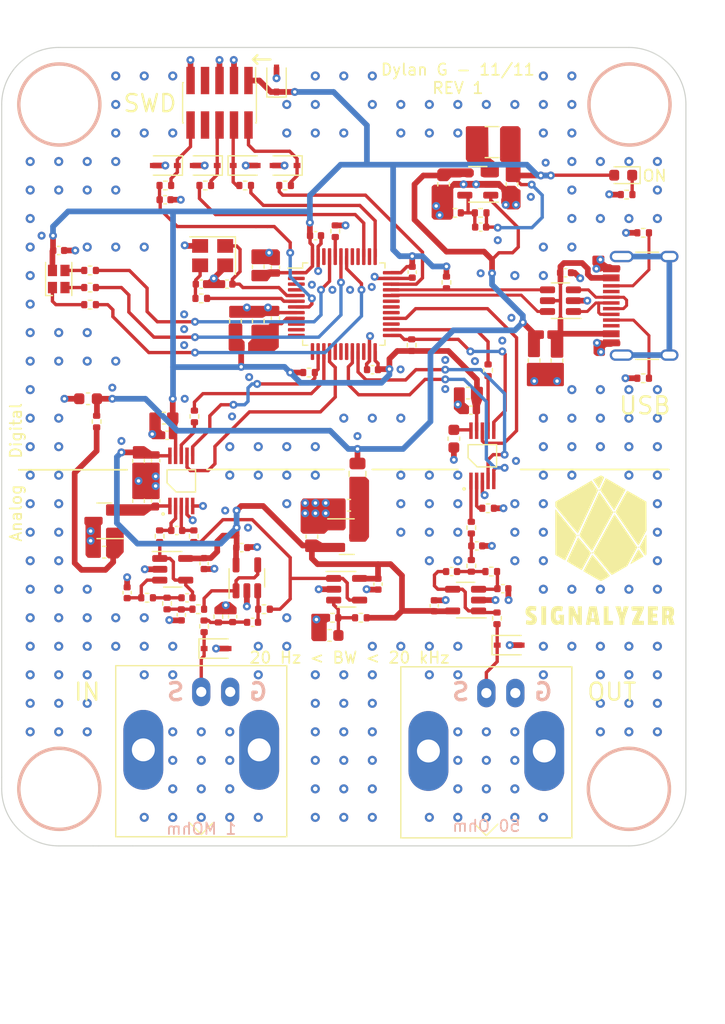
<source format=kicad_pcb>
(kicad_pcb (version 20211014) (generator pcbnew)
  (layers (0 "F.Cu" signal) (1 "In1.Cu" power) (2 "In2.Cu" power) (31 "B.Cu" signal) (34 "B.Paste" user) (35 "F.Paste" user) (36 "B.SilkS" user "B.Silkscreen") (37 "F.SilkS" user "F.Silkscreen") (38 "B.Mask" user) (39 "F.Mask" user) (44 "Edge.Cuts" user))
  (net 0 "")
  (net 1 "VBUS")
  (net 2 "GND")
  (net 3 "+5V")
  (net 4 "/Power/+5V_FILT")
  (net 5 "+3.3VA")
  (net 6 "+3V3")
  (net 7 "/Power/BUCK_FB")
  (net 8 "/Power/VREF")
  (net 9 "VDDA")
  (net 10 "/MCU/HSE_IN")
  (net 11 "/MCU/XTAL_IN")
  (net 12 "/MCU/NRST")
  (net 13 "/ADC/IN_RF")
  (net 14 "/ADC/IN_BUF")
  (net 15 "Net-(C303-Pad1)")
  (net 16 "/ADC/IN_AA_BUF_IN")
  (net 17 "Net-(C305-Pad1)")
  (net 18 "/ADC/IN_AA_BUF_OUT")
  (net 19 "/ADC/ADC_IN+")
  (net 20 "/ADC/ADC_IN-")
  (net 21 "/ADC/ADC_VREF_VIN")
  (net 22 "/ADC/ADC_VREF")
  (net 23 "/DAC/DAC_VREF")
  (net 24 "Net-(C403-Pad1)")
  (net 25 "/DAC/OUT_AA_BUF_IN")
  (net 26 "Net-(C405-Pad1)")
  (net 27 "/DAC/OUT_AA_BUF_OUT")
  (net 28 "/Power/LED_PWR_K")
  (net 29 "/MCU/LED_G_K")
  (net 30 "/MCU/LED_R_K")
  (net 31 "/MCU/LED_B_K")
  (net 32 "/MCU/CONN_SWDIO")
  (net 33 "/MCU/CONN_SWCLK")
  (net 34 "/MCU/CONN_SWO")
  (net 35 "/MCU/CONN_NRST")
  (net 36 "/ADC/IN")
  (net 37 "/DAC/OUT")
  (net 38 "/MCU/USB_CONN_CC1")
  (net 39 "/MCU/USB_CONN_D+")
  (net 40 "/MCU/USB_CONN_D-")
  (net 42 "/MCU/USB_CONN_CC2")
  (net 44 "unconnected-(J200-PadS1)")
  (net 47 "/Power/BUCK_SW")
  (net 48 "/MCU/BOOT0")
  (net 49 "/MCU/HSE_OUT")
  (net 50 "SPI2_NSS")
  (net 51 "SPI1_NSS")
  (net 52 "/MCU/USB_D+")
  (net 53 "/MCU/TIM4_CH3")
  (net 54 "/MCU/TIM4_CH1")
  (net 55 "/MCU/TIM4_CH2")
  (net 56 "/MCU/SWDIO")
  (net 57 "/MCU/SWCLK")
  (net 58 "/MCU/SWO")
  (net 59 "VCOM")
  (net 60 "/ADC/IN_BUF_OUT")
  (net 61 "/ADC/ADC_SCLK")
  (net 62 "SPI1_SCK")
  (net 63 "SPI2_SCK")
  (net 64 "/DAC/DAC_SCLK")
  (net 65 "/DAC/DAC_OUT_B")
  (net 66 "/DAC/DAC_OUT_A")
  (net 74 "SPI1_MISO")
  (net 78 "DAC_NCLR")
  (net 79 "DAC_NLDAC")
  (net 82 "SPI2_MOSI")
  (net 86 "/MCU/USB_D-")
  (footprint "Resistor_SMD:R_0402_1005Metric" (layer "F.Cu") (at 128.6 69.1)
    (fp_text reference "R212" hide)
    (fp_text value "49R9")
  )
  (footprint "Resistor_SMD:R_0402_1005Metric" (layer "F.Cu") (at 125.1 69.1)
    (fp_text reference "R213" hide)
    (fp_text value "49R9")
  )
  (footprint "Resistor_SMD:R_0402_1005Metric" (layer "F.Cu") (at 125.25 105.75 -90)
    (fp_text reference "R304" hide)
    (fp_text value "22k")
  )
  (footprint "Capacitor_SMD:C_0402_1005Metric" (layer "F.Cu") (at 127 105.25)
    (fp_text reference "C305" hide)
    (fp_text value "1n")
  )
  (footprint "Capacitor_SMD:C_0402_1005Metric" (layer "F.Cu") (at 152.41125 100.7)
    (fp_text reference "C403" hide)
    (fp_text value "1n")
  )
  (footprint "LOGO" (layer "F.Cu") (at 163.25 101)
    (fp_text reference "G***" hide)
    (fp_text value "LOGO" hide)
  )
  (footprint "Package_TO_SOT_SMD:SOT-23" (layer "F.Cu") (at 119.75 98.5 180)
    (fp_text reference "U302" hide)
    (fp_text value "REF3033AIDBZT")
  )
  (footprint "Diode_SMD:D_SOD-323" (layer "F.Cu") (at 155.25 109.4)
    (fp_text reference "D400" hide)
    (fp_text value "PESD3V3L1BA,115")
  )
  (footprint "Resistor_SMD:R_0402_1005Metric" (layer "F.Cu") (at 118.5 78.05 180)
    (fp_text reference "R209" hide)
    (fp_text value "1k")
  )
  (footprint "Crystal:Crystal_SMD_3225-4Pin_3.2x2.5mm" (layer "F.Cu") (at 129.25 75.25 180)
    (fp_text reference "Y200" hide)
    (fp_text value "Crystal_GND24")
  )
  (footprint "Capacitor_SMD:C_0402_1005Metric" (layer "F.Cu") (at 146.75 76.7 -90)
    (fp_text reference "C203" hide)
    (fp_text value "100n")
  )
  (footprint "Capacitor_SMD:C_0402_1005Metric" (layer "F.Cu") (at 138.27 73.5)
    (fp_text reference "C204" hide)
    (fp_text value "100n")
  )
  (footprint "Capacitor_SMD:C_0402_1005Metric" (layer "F.Cu") (at 148.68125 105.95 90)
    (fp_text reference "C406" hide)
    (fp_text value "100n")
  )
  (footprint "Resistor_SMD:R_0402_1005Metric" (layer "F.Cu") (at 133.75 106.25)
    (fp_text reference "R302" hide)
    (fp_text value "2M2")
  )
  (footprint "Capacitor_SMD:C_0402_1005Metric" (layer "F.Cu") (at 131.8 100.85)
    (fp_text reference "C302" hide)
    (fp_text value "100n")
  )
  (footprint "Resistor_SMD:R_0402_1005Metric" (layer "F.Cu") (at 149.75 77.6 -90)
    (fp_text reference "R204" hide)
    (fp_text value "1k5")
  )
  (footprint "Resistor_SMD:R_0402_1005Metric" (layer "F.Cu") (at 139.75 107)
    (fp_text reference "R105" hide)
    (fp_text value "1k")
  )
  (footprint "Resistor_SMD:R_0805_2012Metric" (layer "F.Cu") (at 141.95 94.3875 -90)
    (fp_text reference "R100" hide)
    (fp_text value "10R")
  )
  (footprint "Resistor_SMD:R_0402_1005Metric" (layer "F.Cu") (at 167 73.25 180)
    (fp_text reference "R206" hide)
    (fp_text value "5k1")
  )
  (footprint "MountingHole:MountingHole_3.2mm_M3" (layer "F.Cu") (at 115.75 122)
    (fp_text reference "H1" hide)
    (fp_text value "MountingHole")
  )
  (footprint "Package_TO_SOT_SMD:SOT-23-6" (layer "F.Cu") (at 159.75 79.2 180)
    (fp_text reference "U201" hide)
    (fp_text value "USBLC6-2SC6Y")
  )
  (footprint "Capacitor_SMD:C_0603_1608Metric" (layer "F.Cu") (at 155.5 69 -90)
    (fp_text reference "C105" hide)
    (fp_text value "10u")
  )
  (footprint "Package_QFP:LQFP-48_7x7mm_P0.5mm" (layer "F.Cu") (at 140.75 79.5)
    (fp_text reference "U200" hide)
    (fp_text value "STM32F103CBT6")
  )
  (footprint "Capacitor_SMD:C_0402_1005Metric" (layer "F.Cu") (at 130.5 77.75 180)
    (fp_text reference "C208" hide)
    (fp_text value "10p")
  )
  (footprint "Capacitor_SMD:C_0603_1608Metric" (layer "F.Cu") (at 159.44 84.45 -90)
    (fp_text reference "C100" hide)
    (fp_text value "1u")
  )
  (footprint "Connector_Coaxial:BNC_Amphenol_B6252HB-NPP3G-50_Horizontal" (layer "F.Cu") (at 153.25 113.6 180)
    (fp_text reference "J400" hide)
    (fp_text value "031-5640-1010")
  )
  (footprint "Diode_SMD:D_SOD-323" (layer "F.Cu") (at 128.6 67.35 180)
    (fp_text reference "D204" hide)
    (fp_text value "PESD3V3L1BA,115")
  )
  (footprint "Resistor_SMD:R_0402_1005Metric" (layer "F.Cu") (at 151.93125 99.1 90)
    (fp_text reference "R402" hide)
    (fp_text value "6k8")
  )
  (footprint "Capacitor_SMD:C_0603_1608Metric" (layer "F.Cu") (at 131.25 80.975 90)
    (fp_text reference "C207" hide)
    (fp_text value "1u")
  )
  (footprint "Diode_SMD:D_SOD-323" (layer "F.Cu") (at 134.85 59.85 90)
    (fp_text reference "D201" hide)
    (fp_text value "PESD3V3L1BA,115")
  )
  (footprint "Resistor_SMD:R_0402_1005Metric" (layer "F.Cu") (at 151.93125 102.45 90)
    (fp_text reference "R403" hide)
    (fp_text value "22k")
  )
  (footprint "Connector_USB:USB_C_Receptacle_HRO_TYPE-C-31-M-12" (layer "F.Cu") (at 168.25 79.65 90)
    (fp_text reference "J200" hide)
    (fp_text value "USB_C_Receptacle_USB2.0")
  )
  (footprint "My_Footprints:VSSOP-10" (layer "F.Cu") (at 152.9 92.8)
    (fp_text reference "U400" hide)
    (fp_text value "DAC7563SDGST")
  )
  (footprint "Diode_SMD:D_SOD-323" (layer "F.Cu") (at 129.55 109.7)
    (fp_text reference "D300" hide)
    (fp_text value "PESD3V3L1BA,115")
  )
  (footprint "Resistor_SMD:R_0402_1005Metric" (layer "F.Cu") (at 165.55 69.9)
    (fp_text reference "R103" hide)
    (fp_text value "1k")
  )
  (footprint "Resistor_SMD:R_0402_1005Metric" (layer "F.Cu") (at 146.7 83.1 90)
    (fp_text reference "R202" hide)
    (fp_text value "10k")
  )
  (footprint "Resistor_SMD:R_0402_1005Metric" (layer "F.Cu") (at 123.5 105.25)
    (fp_text reference "R305" hide)
    (fp_text value "12k")
  )
  (footprint "Diode_SMD:D_SOD-323" (layer "F.Cu") (at 125.1 67.35 180)
    (fp_text reference "D205" hide)
    (fp_text value "PESD3V3L1BA,115")
  )
  (footprint "Resistor_SMD:R_0402_1005Metric" (layer "F.Cu") (at 127.99 106.25)
    (fp_text reference "R303" hide)
    (fp_text value "6k8")
  )
  (footprint "Capacitor_SMD:C_0402_1005Metric" (layer "F.Cu") (at 150.20125 102.95 180)
    (fp_text reference "C405" hide)
    (fp_text value "1n")
  )
  (footprint "Resistor_SMD:R_0402_1005Metric" (layer "F.Cu") (at 154.18125 107.05 90)
    (fp_text reference "R405" hide)
    (fp_text value "49R9")
  )
  (footprint "Resistor_SMD:R_0402_1005Metric" (layer "F.Cu") (at 135.6 69.1)
    (fp_text reference "R210" hide)
    (fp_text value "49R9")
  )
  (footprint "Capacitor_SMD:C_0603_1608Metric" (layer "F.Cu") (at 149.5 69 -90)
    (fp_text reference "C104" hide)
    (fp_text value "10u")
  )
  (footprint "Resistor_SMD:R_0402_1005Metric" (layer "F.Cu") (at 129.75 106.9 -90)
    (fp_text reference "R301" hide)
    (fp_text value "2M2")
  )
  (footprint "Capacitor_SMD:C_0402_1005Metric" (layer "F.Cu") (at 151.9 88.8 180)
    (fp_text reference "C401" hide)
    (fp_text value "100n")
  )
  (footprint "MountingHole:MountingHole_3.2mm_M3" (layer "F.Cu") (at 115.75 62)
    (fp_text reference "H4" hide)
    (fp_text value "MountingHole")
  )
  (footprint "Capacitor_SMD:C_0402_1005Metric" (layer "F.Cu") (at 132.75 107.4 180)
    (fp_text reference "C301" hide)
    (fp_text value "100n")
  )
  (footprint "Capacitor_SMD:C_0603_1608Metric" (layer "F.Cu") (at 118.325 87.8 180)
    (fp_text reference "C308" hide)
    (fp_text value "10u")
  )
  (footprint "Resistor_SMD:R_0402_1005Metric" (layer "F.Cu") (at 124.6 99.85 -90)
    (fp_text reference "R306" hide)
    (fp_text value "1k")
  )
  (footprint "Resistor_SMD:R_0402_1005Metric" (layer "F.Cu") (at 150.5 71.5)
    (fp_text reference "R102" hide)
    (fp_text value "22k")
  )
  (footprint "Diode_SMD:D_SOD-323" (layer "F.Cu") (at 132.1 67.35)
    (fp_text reference "D203" hide)
    (fp_text value "PESD3V3L1BA,115")
  )
  (footprint "Resistor_SMD:R_0402_1005Metric" (layer "F.Cu") (at 153.4 97.4)
    (fp_text reference "R401" hide)
    (fp_text value "10k")
  )
  (footprint "Resistor_SMD:R_0402_1005Metric" (layer "F.Cu") (at 132.1 69.1 180)
    (fp_text reference "R211" hide)
    (fp_text value "49R9")
  )
  (footprint "Inductor_SMD:L_1210_3225Metric" (layer "F.Cu") (at 153.75 65.3)
    (fp_text reference "L101" hide)
    (fp_text value "68u")
  )
  (footprint "Resistor_SMD:R_0402_1005Metric" (layer "F.Cu") (at 153.4 85.3 -90)
    (fp_text reference "R400" hide)
    (fp_text value "0R")
  )
  (footprint "Resistor_SMD:R_0402_1005Metric" (layer "F.Cu") (at 137.7 85.5)
    (fp_text reference "R203" hide)
    (fp_text value "10k")
  )
  (footprint "Capacitor_SMD:C_0402_1005Metric" (layer "F.Cu") (at 128.25 77.75)
    (fp_text reference "C209" hide)
    (fp_text value "10p")
  )
  (footprint "Capacitor_SMD:C_0603_1608Metric" (layer "F.Cu") (at 137.95 99.8875 90)
    (fp_text reference "C103" hide)
    (fp_text value "10u")
  )
  (footprint "Capacitor_SMD:C_0402_1005Metric" (layer "F.Cu") (at 126.5 106.75 -90)
    (fp_text reference "C303" hide)
    (fp_text value "1n")
  )
  (footprint "Capacitor_SMD:C_0603_1608Metric" (layer "F.Cu") (at 151.65 87.3 180)
    (fp_text reference "C400" hide)
    (fp_text value "10u")
  )
  (footprint "Capacitor_SMD:C_0402_1005Metric" (layer "F.Cu") (at 134.75 80.73 90)
    (fp_text reference "C205" hide)
    (fp_text value "10n")
  )
  (footprint "Capacitor_SMD:C_0402_1005Metric" (layer "F.Cu") (at 121.75 104.8 90)
    (fp_text reference "C304" hide)
    (fp_text value "150p")
  )
  (footprint "Package_TO_SOT_SMD:SOT-23-5" (layer "F.Cu") (at 125.75 102.75)
    (fp_text reference "U301" hide)
    (fp_text value "MCP6001UT-I/OT")
  )
  (footprint "Capacitor_SMD:C_0402_1005Metric" (layer "F.Cu") (at 128.5 102.25 -90)
    (fp_text reference "C306" hide)
    (fp_text value "100n")
  )
  (footprint "Capacitor_SMD:C_0603_1608Metric" (layer "F.Cu") (at 119.75 101.25 180)
    (fp_text reference "C309" hide)
    (fp_text value "10u")
  )
  (footprint "Capacitor_SMD:C_0603_1608Metric" (layer "F.Cu") (at 122.75 96.75 90)
    (fp_text reference "C310" hide)
    (fp_text value "10u")
  )
  (footprint "Capacitor_SMD:C_0402_1005Metric" (layer "F.Cu") (at 126.1 99.35)
    (fp_text reference "C307" hide)
    (fp_text value "150p")
  )
  (footprint "Diode_SMD:D_SOD-323" (layer "F.Cu") (at 135.6 67.35 180)
    (fp_text reference "D202" hide)
    (fp_text value "PESD3V3L1BA,115")
  )
  (footprint "Capacitor_SMD:C_0402_1005Metric" (layer "F.Cu") (at 154.7 104.45)
    (fp_text reference "C404" hide)
    (fp_text value "150p")
  )
  (footprint "Package_TO_SOT_SMD:SOT-23-5" (layer "F.Cu") (at 151.43125 105.45 180)
    (fp_text reference "U401" hide)
    (fp_text value "MCP6001UT-I/OT")
  )
  (footprint "Resistor_SMD:R_0402_1005Metric" (layer "F.Cu") (at 167 86 180)
    (fp_text reference "R205" hide)
    (fp_text value "5k1")
  )
  (footprint "Resistor_SMD:R_0402_1005Metric" (layer "F.Cu") (at 119.075 89.8 -90)
    (fp_text reference "R308" hide)
    (fp_text value "49R9")
  )
  (footprint "Package_TO_SOT_SMD:SOT-23-5" (layer "F.Cu") (at 152.5 69 180)
    (fp_text reference "U101" hide)
    (fp_text value "TLV62569DBV")
  )
  (footprint "Capacitor_SMD:C_0603_1608Metric" (layer "F.Cu") (at 141.2 97.1375 180)
    (fp_text reference "C102" hide)
    (fp_text value "10u")
  )
  (footprint "MountingHole:MountingHole_3.2mm_M3" (layer "F.Cu") (at 165.75 122)
    (fp_text reference "H2" hide)
    (fp_text value "MountingHole")
  )
  (footprint "Capacitor_SMD:C_0402_1005Metric" (layer "F.Cu") (at 125.25 91 180)
    (fp_text reference "C314" hide)
    (fp_text value "100n")
  )
  (footprint "My_Footprints:VSSOP-10" (layer "F.Cu") (at 126.5 95)
    (fp_text reference "U303" hide)
    (fp_text value "ADC141S626")
  )
  (footprint "Capacitor_SMD:C_0603_1608Metric" (layer "F.Cu") (at 124.975 89.5 180)
    (fp_text reference "C315" hide)
    (fp_text value "10u")
  )
  (footprint "Capacitor_SMD:C_0603_1608Metric" (layer "F.Cu") (at 133.25 76.225 90)
    (fp_text reference "C200" hide)
    (fp_text value "10u")
  )
  (footprint "Capacitor_SMD:C_0402_1005Metric" (layer "F.Cu") (at 131 106.9 90)
    (fp_text reference "C300" hide)
    (fp_text value "150p")
  )
  (footprint "Resistor_SMD:R_0402_1005Metric" (layer "F.Cu") (at 127.65 89.35 90)
    (fp_text reference "R309" hide)
    (fp_text value "0R")
  )
  (footprint "Resistor_SMD:R_0402_1005Metric" (layer "F.Cu") (at 152.75 71.5)
    (fp_text reference "R101" hide)
    (fp_text value "100k")
  )
  (footprint "Capacitor_SMD:C_0402_1005Metric" (layer "F.Cu") (at 124.25 96.75 90)
    (fp_text reference "C311" hide)
    (fp_text value "100n")
  )
  (footprint "Resistor_SMD:R_0402_1005Metric" (layer "F.Cu") (at 128.25 79)
    (fp_text reference "R201" hide)
    (fp_text value "0R")
  )
  (footprint "Capacitor_SMD:C_0402_1005Metric" (layer "F.Cu") (at 125.08 70.35)
    (fp_text reference "C212" hide)
    (fp_text value "100n")
  )
  (footprint "Connector_Coaxial:BNC_Amphenol_B6252HB-NPP3G-50_Horizontal" (layer "F.Cu") (at 128.25 113.5 180)
    (fp_text reference "J300" hide)
    (fp_text value "031-5640-1010")
  )
  (footprint "Package_TO_SOT_SMD:SOT-23-5" (layer "F.Cu") (at 141 104.5)
    (fp_text reference "U102" hide)
    (fp_text value "MCP6001UT-I/OT")
  )
  (footprint "Capacitor_SMD:C_0603_1608Metric" (layer "F.Cu") (at 133.25 80.975 90)
    (fp_text reference "C206" hide)
    (fp_text value "1u")
  )
  (footprint "Capacitor_SMD:C_0402_1005Metric" (layer "F.Cu") (at 124.25 93.23 -90)
    (fp_text reference "C313" hide)
    (fp_text value "100n")
  )
  (footprint "Capacitor_SMD:C_0603_1608Metric" (layer "F.Cu") (at 150.4 91.3 -90)
    (fp_text reference "C402" hide)
    (fp_text value "1u")
  )
  (footprint "Capacitor_SMD:C_0402_1005Metric" (layer "F.Cu") (at 160.2 76.75)
    (fp_text reference "C210" hide)
    (fp_text value "100n")
  )
  (footprint "Resistor_SMD:R_0402_1005Metric" (layer "F.Cu") (at 128.5 107.75 -90)
    (fp_text reference "R300" hide)
    (fp_text value "1k")
  )
  (footprint "Resistor_SMD:R_0402_1005Metric" (layer "F.Cu") (at 142.25 107)
    (fp_text reference "R104" hide)
    (fp_text value "1k")
  )
  (footprint "Capacitor_SMD:C_0603_1608Metric" (layer "F.Cu") (at 122.75 93.25 -90)
    (fp_text reference "C312" hide)
    (fp_text value "10u")
  )
  (footprint "Capacitor_SMD:C_0402_1005Metric" (layer "F.Cu") (at 115.75 74.8)
    (fp_text reference "C211" hide)
    (fp_text value "100n")
  )
  (footprint "Package_TO_SOT_SMD:SOT-23-5" (layer "F.Cu") (at 132.25 103.5 90)
    (fp_text reference "U300" hide)
    (fp_text value "MCP6001UT-I/OT")
  )
  (footprint "Capacitor_SMD:C_0603_1608Metric" (layer "F.Cu") (at 157.44 84.45 -90)
    (fp_text reference "C101" hide)
    (fp_text value "1u")
  )
  (footprint "Capacitor_SMD:C_0402_1005Metric" (layer "F.Cu") (at 134.75 76.27 90)
    (fp_text reference "C201" hide)
    (fp_text value "100n")
  )
  (footprint "MountingHole:MountingHole_3.2mm_M3" (layer "F.Cu") (at 165.75 62)
    (fp_text reference "H3" hide)
    (fp_text value "MountingHole")
  )
  (footprint "Capacitor_SMD:C_0402_1005Metric" (layer "F.Cu") (at 152.75 72.75 180)
    (fp_text reference "C106" hide)
    (fp_text value "DNP")
  )
  (footprint "Inductor_SMD:L_0402_1005Metric" (layer "F.Cu") (at 132.25 83.25 180)
    (fp_text reference "L200" hide)
    (fp_text value "10n")
  )
  (footprint "Inductor_SMD:L_0402_1005Metric" (layer "F.Cu") (at 158.44 82.15 180)
    (fp_text reference "L100" hide)
    (fp_text value "10n")
  )
  (footprint "LED_SMD:LED_Cree-PLCC4_2x2mm_CW" (layer "F.Cu") (at 115.75 77.3 90)
    (fp_text reference "D200" hide)
    (fp_text value "LED_RGB_E6C1206RGBC3UDA")
  )
  (footprint "Resistor_SMD:R_0402_1005Metric" (layer "F.Cu") (at 118.5 76.55 180)
    (fp_text reference "R207" hide)
    (fp_text value "1k")
  )
  (footprint "Resistor_SMD:R_0402_1005Metric" (layer "F.Cu") (at 153.68125 102.95 180)
    (fp_text reference "R404" hide)
    (fp_text value "12k")
  )
  (footprint "Resistor_SMD:R_0402_1005Metric" (layer "F.Cu") (at 140 73.11 -90)
    (fp_text reference "R200" hide)
    (fp_text value "10k")
  )
  (footprint "Resistor_SMD:R_0402_1005Metric" (layer "F.Cu") (at 127.6 99.85 -90)
    (fp_text reference "R307" hide)
    (fp_text value "1k")
  )
  (footprint "Connector_PinHeader_1.27mm:PinHeader_2x05_P1.27mm_Vertical_SMD" (layer "F.Cu") (at 129.85 61.85 -90)
    (fp_text reference "J201" hide)
    (fp_text value "2x5 1.27mm")
  )
  (footprint "Capacitor_SMD:C_0603_1608Metric" (layer "F.Cu") (at 139.5 108.55 180)
    (fp_text reference "C107" hide)
    (fp_text value "10u")
  )
  (footprint "Resistor_SMD:R_0402_1005Metric" (layer "F.Cu") (at 118.5 79.55 180)
    (fp_text reference "R208" hide)
    (fp_text value "1k")
  )
  (footprint "Capacitor_SMD:C_0402_1005Metric" (layer "F.Cu") (at 143.27 85.25 180)
    (fp_text reference "C202" hide)
    (fp_text value "100n")
  )
  (footprint "LED_SMD:LED_0603_1608Metric" (layer "F.Cu") (at 165.25 68.2 180)
    (fp_text reference "D100" hide)
    (fp_text value "LED")
  )
  (footprint "Package_TO_SOT_SMD:SOT-23" (layer "F.Cu") (at 141.0125 99.8875)
    (fp_text reference "U100" hide)
    (fp_text value "MCP1792T-3302H/CB")
  )
  (footprint "Capacitor_SMD:C_0402_1005Metric" (layer "F.Cu") (at 143.75 104.05 90)
    (fp_text reference "C108" hide)
    (fp_text value "100n")
  )
  (gr_circle (center 115.803168 122) (end 119.356336 122) (layer "B.SilkS") (width 0.3) (fill none))
  (gr_circle (center 115.803168 62) (end 119.356336 62) (layer "B.SilkS") (width 0.3) (fill none))
  (gr_circle (center 165.803168 62) (end 169.356336 62) (layer "B.SilkS") (width 0.3) (fill none))
  (gr_circle (center 165.75 122) (end 169.303168 122) (layer "B.SilkS") (width 0.3) (fill none))
  (gr_circle (center 115.803168 122) (end 119.356336 122) (layer "F.SilkS") (width 0.3) (fill none))
  (gr_line (start 156.25 94) (end 169.25 94) (layer "F.SilkS") (width 0.15))
  (gr_circle (center 115.803168 62) (end 119.356336 62) (layer "F.SilkS") (width 0.3) (fill none))
  (gr_line (start 121.75 94.025) (end 112.25 94.025) (layer "F.SilkS") (width 0.15))
  (gr_circle (center 165.75 122) (end 169.303168 122) (layer "F.SilkS") (width 0.3) (fill none))
  (gr_line (start 150.75 94) (end 143.25 94) (layer "F.SilkS") (width 0.15))
  (gr_line (start 140.75 94) (end 128.75 94) (layer "F.SilkS") (width 0.15))
  (gr_circle (center 165.803168 62) (end 169.356336 62) (layer "F.SilkS") (width 0.3) (fill none))
  (gr_line (start 110.75 122) (end 110.75 121) (layer "Edge.Cuts") (width 0.1))
  (gr_line (start 110.75 121) (end 110.75 62) (layer "Edge.Cuts") (width 0.1))
  (gr_line (start 122.25 127) (end 165.75 127) (layer "Edge.Cuts") (width 0.1))
  (gr_line (start 118.75 127) (end 119.25 127) (layer "Edge.Cuts") (width 0.1))
  (gr_arc (start 110.75 62) (mid 112.214466 58.464466) (end 115.75 57) (layer "Edge.Cuts") (width 0.1))
  (gr_arc (start 115.75 127) (mid 112.214466 125.535534) (end 110.75 122) (layer "Edge.Cuts") (width 0.1))
  (gr_line (start 115.75 127) (end 118.75 127) (layer "Edge.Cuts") (width 0.1))
  (gr_line (start 165.75 57) (end 115.75 57) (layer "Edge.Cuts") (width 0.1))
  (gr_arc (start 165.75 57) (mid 169.285534 58.464466) (end 170.75 62) (layer "Edge.Cuts") (width 0.1))
  (gr_arc (start 170.75 122) (mid 169.285534 125.535534) (end 165.75 127) (layer "Edge.Cuts") (width 0.1))
  (gr_line (start 170.75 122) (end 170.75 62) (layer "Edge.Cuts") (width 0.1))
  (gr_line (start 122.25 127) (end 119.25 127) (layer "Edge.Cuts") (width 0.1))
  (gr_text "S" (at 151 113.5) (layer "B.SilkS") (effects (font (size 1.5 1.5) (thickness 0.3)) (justify mirror)))
  (gr_text "50 Ohm" (at 153.25 125.25) (layer "B.SilkS") (effects (font (size 1 1)) (justify mirror)))
  (gr_text "G" (at 133.25 113.5) (layer "B.SilkS") (effects (font (size 1.5 1.5) (thickness 0.3)) (justify mirror)))
  (gr_text "S" (at 126 113.5) (layer "B.SilkS") (effects (font (size 1.5 1.5) (thickness 0.3)) (justify mirror)))
  (gr_text "G" (at 158.25 113.5) (layer "B.SilkS") (effects (font (size 1.5 1.5) (thickness 0.3)) (justify mirror)))
  (gr_text "1 MOhm" (at 128.25 125.5) (layer "B.SilkS") (effects (font (size 1 1)) (justify mirror)))
  (gr_text "OUT" (at 164.25 113.5) (layer "F.SilkS") (effects (font (size 1.5 1.5) (thickness 0.2))))
  (gr_text "ON" (at 168 68.25) (layer "F.SilkS") (effects (font (size 1 1))))
  (gr_text "USB" (at 167.15 88.4) (layer "F.SilkS") (effects (font (size 1.5 1.5) (thickness 0.2))))
  (gr_text "SWD" (at 123.75 61.9) (layer "F.SilkS") (effects (font (size 1.5 1.5) (thickness 0.2))))
  (gr_text "Analog   Digital" (at 112 94.25 90) (layer "F.SilkS") (effects (font (size 1 1))))
  (gr_text "20 Hz < BW < 20 kHz" (at 141.25 110.5) (layer "F.SilkS") (effects (font (size 1 1))))
  (gr_text "←" (at 133.55 57.9) (layer "F.SilkS") (effects (font (size 2 2) (thickness 0.2))))
  (gr_text "Dylan G - 11/11\nREV 1" (at 150.75 59.75) (layer "F.SilkS") (effects (font (size 1 1))))
  (gr_text "IN" (at 118.25 113.5) (layer "F.SilkS") (effects (font (size 1.5 1.5) (thickness 0.2))))
  (segment (start 159.75 79.2) (end 159.75 77.6) (width 0.3) (layer "F.Cu") (net 1))
  (segment (start 158.975 82.1) (end 158.925 82.15) (width 0.5) (layer "F.Cu") (net 1))
  (segment (start 162.150489 76.900489) (end 162.150489 76.400489) (width 0.5) (layer "F.Cu") (net 1))
  (segment (start 164.205 77.2) (end 162.45 77.2) (width 0.5) (layer "F.Cu") (net 1))
  (segment (start 158.6125 79.2) (end 159.75 79.2) (width 0.3) (layer "F.Cu") (net 1))
  (segment (start 161.65 75.9) (end 160.05 75.9) (width 0.5) (layer "F.Cu") (net 1))
  (segment (start 159.75 79.2) (end 159.75 80.8) (width 0.3) (layer "F.Cu") (net 1))
  (segment (start 164.205 82.1) (end 159.75 82.1) (width 0.5) (layer "F.Cu") (net 1))
  (segment (start 159.75 82.1) (end 158.975 82.1) (width 0.5) (layer "F.Cu") (net 1))
  (segment (start 162.150489 76.400489) (end 161.65 75.9) (width 0.5) (layer "F.Cu") (net 1))
  (segment (start 159.75 82.1) (end 159.75 80.8) (width 0.5) (layer "F.Cu") (net 1))
  (segment (start 162.45 77.2) (end 162.150489 76.900489) (width 0.5) (layer "F.Cu") (net 1))
  (segment (start 160.05 75.9) (end 159.75 76.2) (width 0.5) (layer "F.Cu") (net 1))
  (segment (start 159.75 76.2) (end 159.75 77.6) (width 0.5) (layer "F.Cu") (net 1))
  (segment (start 166.49 73.25) (end 165.5 73.25) (width 0.5) (layer "F.Cu") (net 2))
  (segment (start 160.8875 79.2) (end 162.1 79.2) (width 0.5) (layer "F.Cu") (net 2))
  (segment (start 149.66125 105.47) (end 149.68125 105.45) (width 0.5) (layer "F.Cu") (net 2))
  (segment (start 138.5 75.3375) (end 138.5 74.45) (width 0.3) (layer "F.Cu") (net 2))
  (segment (start 134.85 58.8) (end 134.85 59.7) (width 0.5) (layer "F.Cu") (net 2))
  (segment (start 138.75 74.2) (end 138.75 73.5) (width 0.3) (layer "F.Cu") (net 2))
  (segment (start 139.8625 104.5) (end 138.55 104.5) (width 0.5) (layer "F.Cu") (net 2))
  (segment (start 134.55 67.35) (end 135.55 67.35) (width 0.5) (layer "F.Cu") (net 2))
  (segment (start 130.6 109.7) (end 129.55 109.7) (width 0.5) (layer "F.Cu") (net 2))
  (segment (start 146.75 77.18) (end 146.68 77.25) (width 0.3) (layer "F.Cu") (net 2))
  (segment (start 127 97.2) (end 127 97.95) (width 0.3) (layer "F.Cu") (net 2))
  (segment (start 127 97.95) (end 127.5 98.45) (width 0.3) (layer "F.Cu") (net 2))
  (segment (start 125.48 107.23) (end 125.45 107.2) (width 0.5) (layer "F.Cu") (net 2))
  (segment (start 140 72.6) (end 140.9 72.6) (width 0.5) (layer "F.Cu") (net 2))
  (segment (start 125.56 70.35) (end 126.45 70.35) (width 0.5) (layer "F.Cu") (net 2))
  (segment (start 142.78 104.53) (end 142.75 104.5) (width 0.5) (layer "F.Cu") (net 2))
  (segment (start 152.9 96.05) (end 153.1 96.25) (width 0.3) (layer "F.Cu") (net 2))
  (segment (start 128.5 102.73) (end 129.37 102.73) (width 0.5) (layer "F.Cu") (net 2))
  (segment (start 144.9125 77.25) (end 143.6 77.25) (width 0.3) (layer "F.Cu") (net 2))
  (segment (start 143 83.6625) (end 143 82.35) (width 0.3) (layer "F.Cu") (net 2))
  (segment (start 117.55 87.8) (end 116.25 87.8) (width 0.5) (layer "F.Cu") (net 2))
  (segment (start 153.91 97.4) (end 154.75 97.4) (width 0.5) (layer "F.Cu") (net 2))
  (segment (start 129.37 102.73) (end 129.4 102.7) (width 0.5) (layer "F.Cu") (net 2))
  (segment (start 116.23 74.8) (end 117.2 74.8) (width 0.5) (layer "F.Cu") (net 2))
  (segment (start 142.75 84.750361) (end 142.75 85.21) (width 0.3) (layer "F.Cu") (net 2))
  (segment (start 130.35 76.25) (end 129.35 77.25) (width 0.5) (layer "F.Cu") (net 2))
  (segment (start 143 82.35) (end 143.05 82.3) (width 0.3) (layer "F.Cu") (net 2))
  (segment (start 156.3 109.4) (end 155.3 109.4) (width 0.5) (layer "F.Cu") (net 2))
  (segment (start 130.35 76.1) (end 130.35 76.25) (width 0.5) (layer "F.Cu") (net 2))
  (segment (start 164.05 69.9) (end 164.025 69.875) (width 0.5) (layer "F.Cu") (net 2))
  (segment (start 152.56875 105.45) (end 154.05 105.45) (width 0.5) (layer "F.Cu") (net 2))
  (segment (start 131.12 58.12) (end 131.1 58.1) (width 0.5) (layer "F.Cu") (net 2))
  (segment (start 143 84.500361) (end 142.75 84.750361) (width 0.3) (layer "F.Cu") (net 2))
  (segment (start 127.5 97.2) (end 128.4 97.2) (width 0.3) (layer "F.Cu") (net 2))
  (segment (start 131.12 59.9) (end 131.12 58.12) (width 0.5) (layer "F.Cu") (net 2))
  (segment (start 150.4 92.075) (end 150.4 93.15) (width 0.5) (layer "F.Cu") (net 2))
  (segment (start 133.15 67.35) (end 132.15 67.35) (width 0.5) (layer "F.Cu") (net 2))
  (segment (start 133.15 100.8) (end 132.33 100.8) (width 0.5) (layer "F.Cu") (net 2))
  (segment (start 127.31 59.9) (end 127.31 58.11) (width 0.5) (layer "F.Cu") (net 2))
  (segment (start 124.05 67.35) (end 125.1 67.35) (width 0.5) (layer "F.Cu") (net 2))
  (segment (start 126.85 74.4) (end 126.8 74.35) (width 0.5) (layer "F.Cu") (net 2))
  (segment (start 152.9 95) (end 152.9 96.05) (width 0.3) (layer "F.Cu") (net 2))
  (segment (start 132.33 100.8) (end 132.28 100.85) (width 0.5) (layer "F.Cu") (net 2))
  (segment (start 148.68125 105.47) (end 149.66125 105.47) (width 0.5) (layer "F.Cu") (net 2))
  (segment (start 143.6 77.25) (end 143.45 77.1) (width 0.3) (layer "F.Cu") (net 2))
  (segment (start 128.15 74.4) (end 126.85 74.4) (width 0.5) (layer "F.Cu") (net 2))
  (segment (start 143.75 104.53) (end 142.78 104.53) (width 0.5) (layer "F.Cu") (net 2))
  (segment (start 138.5 76.6) (end 138.5 75.3375) (width 0.3) (layer "F.Cu") (net 2))
  (segment (start 124.6125 102.75) (end 123.3 102.75) (width 0.5) (layer "F.Cu") (net 2))
  (segment (start 165.04 69.9) (end 164.05 69.9) (width 0.5) (layer "F.Cu") (net 2))
  (segment (start 160.68 76.75) (end 160.994768 76.75) (width 0.5) (layer "F.Cu") (net 2))
  (segment (start 166.49 86) (end 165.45 86) (width 0.5) (layer "F.Cu") (net 2))
  (segment (start 138.5 74.45) (end 138.75 74.2) (width 0.3) (layer "F.Cu") (net 2))
  (segment (start 126.5 107.23) (end 125.48 107.23) (width 0.5) (layer "F.Cu") (net 2))
  (segment (start 146.68 77.25) (end 144.9125 77.25) (width 0.3) (layer "F.Cu") (net 2))
  (segment (start 121.75 104.32) (end 121.75 103.45) (width 0.5) (layer "F.Cu") (net 2))
  (segment (start 155.18 104.45) (end 155.18 105.43) (width 0.5) (layer "F.Cu") (net 2))
  (segment (start 155.18 105.43) (end 155.2 105.45) (width 0.5) (layer "F.Cu") (net 2))
  (segment (start 142.75 85.21) (end 142.79 85.25) (width 0.3) (layer "F.Cu") (net 2))
  (segment (start 129.85 59.9) (end 129.85 58.1) (width 0.5) (layer "F.Cu") (net 2))
  (segment (start 127.31 58.11) (end 127.3 58.1) (width 0.5) (layer "F.Cu") (net 2))
  (segment (start 136.5875 80.25) (end 134.75 80.25) (width 0.3) (layer "F.Cu") (net 2))
  (segment (start 132.25 104.6375) (end 132.25 106) (width 0.5) (layer "F.Cu") (net 2))
  (segment (start 152.89125 100.7) (end 153.73125 100.7) (width 0.5) (layer "F.Cu") (net 2))
  (segment (start 143 83.6625) (end 143 84.500361) (width 0.3) (layer "F.Cu") (net 2))
  (segment (start 160.994768 76.75) (end 161.479788 77.23502) (width 0.5) (layer "F.Cu") (net 2))
  (segment (start 127.55 67.35) (end 128.55 67.35) (width 0.5) (layer "F.Cu") (net 2))
  (via (at 145.75 64.5) (size 0.8) (drill 0.4) (layers "F.Cu" "B.Cu") (net 2))
  (via (at 113.25 117) (size 0.8) (drill 0.4) (layers "F.Cu" "B.Cu") (net 2))
  (via (at 157.15 70.1) (size 0.7) (drill 0.3) (layers "F.Cu" "B.Cu") (net 2))
  (via (at 113.25 104.5) (size 0.8) (drill 0.4) (layers "F.Cu" "B.Cu") (net 2))
  (via (at 155.75 119.5) (size 0.8) (drill 0.4) (layers "F.Cu" "B.Cu") (net 2))
  (via (at 130.95 89.35) (size 0.7) (drill 0.3) (layers "F.Cu" "B.Cu") (net 2))
  (via (at 138.25 64.5) (size 0.8) (drill 0.4) (layers "F.Cu" "B.Cu") (net 2))
  (via (at 158.25 97) (size 0.8) (drill 0.4) (layers "F.Cu" "B.Cu") (net 2))
  (via (at 113.25 77) (size 0.8) (drill 0.4) (layers "F.Cu" "B.Cu") (net 2))
  (via (at 158.25 64.5) (size 0.8) (drill 0.4) (layers "F.Cu" "B.Cu") (net 2))
  (via (at 120.75 59.5) (size 0.8) (drill 0.4) (layers "F.Cu" "B.Cu") (net 2))
  (via (at 143.25 122) (size 0.8) (drill 0.4) (layers "F.Cu" "B.Cu") (net 2))
  (via (at 115.75 94.5) (size 0.8) (drill 0.4) (layers "F.Cu" "B.Cu") (net 2))
  (via (at 155.75 62) (size 0.8) (drill 0.4) (layers "F.Cu" "B.Cu") (net 2))
  (via (at 130.35 97.6) (size 0.7) (drill 0.3) (layers "F.Cu" "B.Cu") (net 2))
  (via (at 143.25 112) (size 0.8) (drill 0.4) (layers "F.Cu" "B.Cu") (net 2))
  (via (at 150.75 64.5) (size 0.8) (drill 0.4) (layers "F.Cu" "B.Cu") (net 2))
  (via (at 152.35 69) (size 0.7) (drill 0.3) (layers "F.Cu" "B.Cu") (net 2))
  (via (at 158.25 94.5) (size 0.8) (drill 0.4) (layers "F.Cu" "B.Cu") (net 2))
  (via (at 113.25 99.5) (size 0.8) (drill 0.4) (layers "F.Cu" "B.Cu") (net 2))
  (via (at 143.25 89.5) (size 0.8) (drill 0.4) (layers "F.Cu" "B.Cu") (net 2))
  (via (at 163.25 117) (size 0.8) (drill 0.4) (layers "F.Cu" "B.Cu") (net 2))
  (via (at 168.25 97) (size 0.8) (drill 0.4) (layers "F.Cu" "B.Cu") (net 2))
  (via (at 158.25 77) (size 0.8) (drill 0.4) (layers "F.Cu" "B.Cu") (net 2))
  (via (at 140.75 117) (size 0.8) (drill 0.4) (layers "F.Cu" "B.Cu") (net 2))
  (via (at 138.25 92) (size 0.8) (drill 0.4) (layers "F.Cu" "B.Cu") (net 2))
  (via (at 168.25 92) (size 0.8) (drill 0.4) (layers "F.Cu" "B.Cu") (net 2))
  (via (at 118.25 69.5) (size 0.8) (drill 0.4) (layers "F.Cu" "B.Cu") (net 2))
  (via (at 118.55 100.25) (size 0.7) (drill 0.3) (layers "F.Cu" "B.Cu") (net 2))
  (via (at 148.25 99.5) (size 0.8) (drill 0.4) (layers "F.Cu" "B.Cu") (net 2))
  (via (at 150.75 97) (size 0.8) (drill 0.4) (layers "F.Cu" "B.Cu") (net 2))
  (via (at 165.75 104.5) (size 0.8) (drill 0.4) (layers "F.Cu" "B.Cu") (net 2))
  (via (at 155.85 93.25) (size 0.7) (drill 0.3) (layers "F.Cu" "B.Cu") (net 2))
  (via (at 158.25 62) (size 0.8) (drill 0.4) (layers "F.Cu" "B.Cu") (net 2))
  (via (at 143.25 119.5) (size 0.8) (drill 0.4) (layers "F.Cu" "B.Cu") (net 2))
  (via (at 153.25 124.5) (size 0.8) (drill 0.4) (layers "F.Cu" "B.Cu") (net 2))
  (via (at 149.68125 105.45) (size 0.7) (drill 0.3) (layers "F.Cu" "B.Cu") (net 2))
  (via (at 113.25 84.5) (size 0.8) (drill 0.4) (layers "F.Cu" "B.Cu") (net 2))
  (via (at 153.25 119.5) (size 0.8) (drill 0.4) (layers "F.Cu" "B.Cu") (net 2))
  (via (at 148.25 97) (size 0.8) (drill 0.4) (layers "F.Cu" "B.Cu") (net 2))
  (via (at 118.25 84.5) (size 0.8) (drill 0.4) (layers "F.Cu" "B.Cu") (net 2))
  (via (at 165.75 117) (size 0.8) (drill 0.4) (layers "F.Cu" "B.Cu") (net 2))
  (via (at 153.1 96.25) (size 0.7) (drill 0.3) (layers "F.Cu" "B.Cu") (net 2))
  (via (at 163.25 104.5) (size 0.8) (drill 0.4) (layers "F.Cu" "B.Cu") (net 2))
  (via (at 162.1 79.2) (size 0.7) (drill 0.3) (layers "F.Cu" "B.Cu") (net 2))
  (via (at 153.25 117) (size 0.8) (drill 0.4) (layers "F.Cu" "B.Cu") (net 2))
  (via (at 160.75 94.5) (size 0.8) (drill 0.4) (layers "F.Cu" "B.Cu") (net 2))
  (via (at 148.25 64.5) (size 0.8) (drill 0.4) (layers "F.Cu" "B.Cu") (net 2))
  (via (at 155.45 80.7) (size 0.7) (drill 0.3) (layers "F.Cu" "B.Cu") (net 2))
  (via (at 165.75 89.5) (size 0.8) (drill 0.4) (layers "F.Cu" "B.Cu") (net 2))
  (via (at 148.25 102) (size 0.8) (drill 0.4) (layers "F.Cu" "B.Cu") (net 2))
  (via (at 118.25 112) (size 0.8) (drill 0.4) (layers "F.Cu" "B.Cu") (net 2))
  (via (at 133.25 109.5) (size 0.8) (drill 0.4) (layers "F.Cu" "B.Cu") (net 2))
  (via (at 115.75 112) (size 0.8) (drill 0.4) (layers "F.Cu" "B.Cu") (net 2))
  (via (at 158.25 112) (size 0.8) (drill 0.4) (layers "F.Cu" "B.Cu") (net 2))
  (via (at 137.95 77.8) (size 0.7) (drill 0.3) (layers "F.Cu" "B.Cu") (net 2))
  (via (at 150.75 122) (size 0.8) (drill 0.4) (layers "F.Cu" "B.Cu") (net 2))
  (via (at 149.15 71.7) (size 0.7) (drill 0.3) (layers "F.Cu" "B.Cu") (net 2))
  (via (at 168.25 99.5) (size 0.8) (drill 0.4) (layers "F.Cu" "B.Cu") (net 2))
  (via (at 168.25 69.5) (size 0.8) (drill 0.4) (layers "F.Cu" "B.Cu") (net 2))
  (via (at 129.55 109.7) (size 0.7) (drill 0.3) (layers "F.Cu" "B.Cu") (net 2))
  (via (at 168.25 117) (size 0.8) (drill 0.4) (layers "F.Cu" "B.Cu") (net 2))
  (via (at 168.25 87) (size 0.8) (drill 0.4) (layers "F.Cu" "B.Cu") (net 2))
  (via (at 132.15 67.35) (size 0.7) (drill 0.3) (layers "F.Cu" "B.Cu") (net 2))
  (via (at 115.75 97) (size 0.8) (drill 0.4) (layers "F.Cu" "B.Cu") (net 2))
  (via (at 113.25 92) (size 0.8) (drill 0.4) (layers "F.Cu" "B.Cu") (net 2))
  (via (at 145.75 97) (size 0.8) (drill 0.4) (layers "F.Cu" "B.Cu") (net 2))
  (via (at 138.25 119.5) (size 0.8) (drill 0.4) (layers "F.Cu" "B.Cu") (net 2))
  (via (at 141.95 91.075) (size 0.7) (drill 0.3) (layers "F.Cu" "B.Cu") (net 2))
  (via (at 123.25 74.5) (size 0.8) (drill 0.4) (layers "F.Cu" "B.Cu") (net 2))
  (via (at 113.25 94.5) (size 0.8) (drill 0.4) (layers "F.Cu" "B.Cu") (net 2))
  (via (at 125.75 59.5) (size 0.8) (drill 0.4) (layers "F.Cu" "B.Cu") (net 2))
  (via (at 165.45 86) (size 0.7) (drill 0.3) (layers "F.Cu" "B.Cu") (net 2))
  (via (at 155.75 77) (size 0.8) (drill 0.4) (layers "F.Cu" "B.Cu") (net 2))
  (via (at 115.75 67) (size 0.8) (drill 0.4) (layers "F.Cu" "B.Cu") (net 2))
  (via (at 125.75 122) (size 0.8) (drill 0.4) (layers "F.Cu" "B.Cu") (net 2))
  (via (at 168.25 114.5) (size 0.8) (drill 0.4) (layers "F.Cu" "B.Cu") (net 2))
  (via (at 124.25 95.45) (size 0.7) (drill 0.3) (layers "F.Cu" "B.Cu") (net 2))
  (via (at 125.75 119.5) (size 0.8) (drill 0.4) (layers "F.Cu" "B.Cu") (net 2))
  (via (at 143.45 77.1) (size 0.7) (drill 0.3) (layers "F.Cu" "B.Cu") (net 2))
  (via (at 123.95 90.9) (size 0.7) (drill 0.3) (layers "F.Cu" "B.Cu") (net 2))
  (via (at 125.75 109.5) (size 0.8) (drill 0.4) (layers "F.Cu" "B.Cu") (net 2))
  (via (at 160.75 69.5) (size 0.8) (drill 0.4) (layers "F.Cu" "B.Cu") (net 2))
  (via (at 126.45 70.35) (size 0.7) (drill 0.3) (layers "F.Cu" "B.Cu") (net 2))
  (via (at 123.25 64.5) (size 0.8) (drill 0.4) (layers "F.Cu" "B.Cu") (net 2))
  (via (at 134.2 75) (size 0.7) (drill 0.3) (layers "F.Cu" "B.Cu") (net 2))
  (via (at 150.75 88.3) (size 0.7) (drill 0.3) (layers "F.Cu" "B.Cu") (net 2))
  (via (at 163.25 89.5) (size 0.8) (drill 0.4) (layers "F.Cu" "B.Cu") (net 2))
  (via (at 120.45 86.825) (size 0.7) (drill 0.3) (layers "F.Cu" "B.Cu") (net 2))
  (via (at 160.75 64.5) (size 0.8) (drill 0.4) (layers "F.Cu" "B.Cu") (net 2))
  (via (at 130.75 94.5) (size 0.8) (drill 0.4) (layers "F.Cu" "B.Cu") (net 2))
  (via (at 113.25 67) (size 0.8) (drill 0.4) (layers "F.Cu" "B.Cu") (net 2))
  (via (at 154.25 73.9) (size 0.7) (drill 0.3) (layers "F.Cu" "B.Cu") (net 2))
  (via (at 135.75 97) (size 0.8) (drill 0.4) (layers "F.Cu" "B.Cu") (net 2))
  (via (at 133.15 100.8) (size 0.7) (drill 0.3) (layers "F.Cu" "B.Cu") (net 2))
  (via (at 155.2 105.45) (size 0.7) (drill 0.3) (layers "F.Cu" "B.Cu") (net 2))
  (via (at 138.25 117) (size 0.8) (drill 0.4) (layers "F.Cu" "B.Cu") (net 2))
  (via (at 115.75 102) (size 0.8) (drill 0.4) (layers "F.Cu" "B.Cu") (net 2))
  (via (at 130.75 92) (size 0.8) (drill 0.4) (layers "F.Cu" "B.Cu") (net 2))
  (via (at 145.75 109.5) (size 0.8) (drill 0.4) (layers "F.Cu" "B.Cu") (net 2))
  (via (at 155.75 97) (size 0.8) (drill 0.4) (layers "F.Cu" "B.Cu") (net 2))
  (via (at 160.75 92) (size 0.8) (drill 0.4) (layers "F.Cu" "B.Cu") (net 2))
  (via (at 161.479788 77.23502) (size 0.7) (drill 0.3) (layers "F.Cu" "B.Cu") (net 2))
  (via (at 115.75 89.5) (size 0.8) (drill 0.4) (layers "F.Cu" "B.Cu") (net 2))
  (via (at 155.75 122) (size 0.8) (drill 0.4) (layers "F.Cu" "B.Cu") (net 2))
  (via (at 143.25 109.5) (size 0.8) (drill 0.4) (layers "F.Cu" "B.Cu") (net 2))
  (via (at 118.25 114.5) (size 0.8) (drill 0.4) (layers "F.Cu" "B.Cu") (net 2))
  (via (at 131.1 58.1) (size 0.7) (drill 0.3) (layers "F.Cu" "B.Cu") (net 2))
  (via (at 126.75 81.7) (size 0.7) (drill 0.3) (layers "F.Cu" "B.Cu") (net 2))
  (via (at 113.25 79.5) (size 0.8) (drill 0.4) (layers "F.Cu" "B.Cu") (net 2))
  (via (at 115.75 99.5) (size 0.8) (drill 0.4) (layers "F.Cu" "B.Cu") (net 2))
  (via (at 158.45 67.1) (size 0.7) (drill 0.3) (layers "F.Cu" "B.Cu") (net 2))
  (via (at 160.75 67) (size 0.8) (drill 0.4) (layers "F.Cu" "B.Cu") (net 2))
  (via (at 155.75 99.5) (size 0.8) (drill 0.4) (layers "F.Cu" "B.Cu") (net 2))
  (via (at 123.25 107) (size 0.8) (drill 0.4) (layers "F.Cu" "B.Cu") (net 2))
  (via (at 145.725 85.225) (size 0.7) (drill 0.3) (layers "F.Cu" "B.Cu") (net 2))
  (via (at 141.3 78.25) (size 0.7) (drill 0.3) (layers "F.Cu" "B.Cu") (net 2))
  (via (at 132.45 85.9) (size 0.7) (drill 0.3) (layers "F.Cu" "B.Cu") (net 2))
  (via (at 118.25 107) (size 0.8) (drill 0.4) (layers "F.Cu" "B.Cu") (net 2))
  (via (at 129.85 58.1) (size 0.7) (drill 0.3) (layers "F.Cu" "B.Cu") (net 2))
  (via (at 127.3 58.1) (size 0.7) (drill 0.3) (layers "F.Cu" "B.Cu") (net 2))
  (via (at 115.75 92) (size 0.8) (drill 0.4) (layers "F.Cu" "B.Cu") (net 2))
  (via (at 168.25 112) (size 0.8) (drill 0.4) (layers "F.Cu" "B.Cu") (net 2))
  (via (at 143.25 117) (size 0.8) (drill 0.4) (layers "F.Cu" "B.Cu") (net 2))
  (via (at 114.25 73.5) (size 0.7) (drill 0.3) (layers "F.Cu" "B.Cu") (net 2))
  (via (at 125.45 107.2) (size 0.7) (drill 0.3) (layers "F.Cu" "B.Cu") (net 2))
  (via (at 150.75 99.5) (size 0.8) (drill 0.4) (layers "F.Cu" "B.Cu") (net 2))
  (via (at 152.25 84.5) (size 0.7) (drill 0.3) (layers "F.Cu" "B.Cu") (net 2))
  (via (at 157.45 86.25) (size 0.7) (drill 0.3) (layers "F.Cu" "B.Cu") (net 2))
  (via (at 128.55 67.35) (size 0.7) (drill 0.3) (layers "F.Cu" "B.Cu") (net 2))
  (via (at 155.3 109.4) (size 0.7) (drill 0.3) (layers "F.Cu" "B.Cu") (net 2))
  (via (at 138.25 94.5) (size 0.8) (drill 0.4) (layers "F.Cu" "B.Cu") (net 2))
  (via (at 163.25 112) (size 0.8) (drill 0.4) (layers "F.Cu" "B.Cu") (net 2))
  (via (at 113.25 72) (size 0.8) (drill 0.4) (layers "F.Cu" "B.Cu") (net 2))
  (via (at 113.25 114.5) (size 0.8) (drill 0.4) (layers "F.Cu" "B.Cu") (net 2))
  (via (at 163.3 83.7) (size 0.7) (drill 0.3) (layers "F.Cu" "B.Cu") (net 2))
  (via (at 160.75 62) (size 0.8) (drill 0.4) (layers "F.Cu" "B.Cu") (net 2))
  (via (at 150.75 124.5) (size 0.8) (drill 0.4) (layers "F.Cu" "B.Cu") (net 2))
  (via (at 155.75 124.5) (size 0.8) (drill 0.4) (layers "F.Cu" "B.Cu") (net 2))
  (via (at 115.75 109.5) (size 0.8) (drill 0.4) (layers "F.Cu" "B.Cu") (net 2))
  (via (at 128.25 119.5) (size 0.8) (drill 0.4) (layers "F.Cu" "B.Cu") (net 2))
  (via (at 125.1 67.35) (size 0.7) (drill 0.3) (layers "F.Cu" "B.Cu") (net 2))
  (via (at 163.25 67) (size 0.8) (drill 0.4) (layers "F.Cu" "B.Cu") (net 2))
  (via (at 121.25 91.5) (size 0.7) (drill 0.3) (layers "F.Cu" "B.Cu") (net 2))
  (via (at 139.1625 96.9375) (size 0.7) (drill 0.3) (layers "F.Cu" "B.Cu") (net 2))
  (via (at 115.75 104.5) (size 0.8) (drill 0.4) (layers "F.Cu" "B.Cu") (net 2))
  (via (at 115.75 107) (size 0.8) (drill 0.4) (layers "F.Cu" "B.Cu") (net 2))
  (via (at 155.85 70.8) (size 0.7) (drill 0.3) (layers "F.Cu" "B.Cu") (net 2))
  (via (at 160.75 87) (size 0.8) (drill 0.4) (layers "F.Cu" "B.Cu") (net 2))
  (via (at 130.75 124.5) (size 0.8) (drill 0.4) (layers "F.Cu" "B.Cu") (net 2))
  (via (at 145.75 99.5) (size 0.8) (drill 0.4) (layers "F.Cu" "B.Cu") (net 2))
  (via (at 150.75 112) (size 0.8) (drill 0.4) (layers "F.Cu" "B.Cu") (net 2))
  (via (at 113.25 82) (size 0.8) (drill 0.4) (layers "F.Cu" "B.Cu") (net 2))
  (via (at 145.75 62) (size 0.8) (drill 0.4) (layers "F.Cu" "B.Cu") (net 2))
  (via (at 150.75 94.5) (size 0.8) (drill 0.4) (layers "F.Cu" "B.Cu") (net 2))
  (via (at 113.25 107) (size 0.8) (drill 0.4) (layers "F.Cu" "B.Cu") (net 2))
  (via (at 118.25 117) (size 0.8) (drill 0.4) (layers "F.Cu" "B.Cu") (net 2))
  (via (at 133.25 92) (size 0.8) (drill 0.4) (layers "F.Cu" "B.Cu") (net 2))
  (via (at 145.75 89.5) (size 0.8) (drill 0.4) (layers "F.Cu" "B.Cu") (net 2))
  (via (at 143.25 114.5) (size 0.8) (drill 0.4) (layers "F.Cu" "B.Cu") (net 2))
  (via (at 126.8 87.8) (size 0.7) (drill 0.3) (layers "F.Cu" "B.Cu") (net 2))
  (via (at 116.25 87.8) (size 0.7) (drill 0.3) (layers "F.Cu" "B.Cu") (net 2))
  (via (at 140.9 72.6) (size 0.7) (drill 0.3) (layers "F.Cu" "B.Cu") (net 2))
  (via (at 113.25 69.5) (size 0.8) (drill 0.4) (layers "F.Cu" "B.Cu") (net 2))
  (via (at 163.25 92) (size 0.8) (drill 0.4) (layers "F.Cu" "B.Cu") (net 2))
  (via (at 160.75 74.5) (size 0.8) (drill 0.4) (layers "F.Cu" "B.Cu") (net 2))
  (via (at 113.25 89.5) (size 0.8) (drill 0.4) (layers "F.Cu" "B.Cu") (net 2))
  (via (at 165.75 72) (size 0.8) (drill 0.4) (layers "F.Cu" "B.Cu") (net 2))
  (via (at 168.25 67) (size 0.8) (drill 0.4) (layers "F.Cu" "B.Cu") (net 2))
  (via (at 160.75 104.5) (size 0.8) (drill 0.4) (layers "F.Cu" "B.Cu") (net 2))
  (via (at 164.025 69.875) (size 0.7) (drill 0.3) (layers "F.Cu" "B.Cu") (net 2))
  (via (at 121.75 103.45) (size 0.7) (drill 0.3) (layers "F.Cu" "B.Cu") (net 2))
  (via (at 120.75 109.5) (size 0.8) (drill 0.4) (layers "F.Cu" "B.Cu") (net 2))
  (via (at 135.55 67.35) (size 0.7) (drill 0.3) (layers "F.Cu" "B.Cu") (net 2))
  (via (at 140.75 59.5) (size 0.8) (drill 0.4) (layers "F.Cu" "B.Cu") (net 2))
  (via (at 163.25 75.6) (size 0.7) (drill 0.3) (layers "F.Cu" "B.Cu") (net 2))
  (via (at 155.75 117) (size 0.8) (drill 0.4) (layers "F.Cu" "B.Cu") (net 2))
  (via (at 151.25 69) (size 0.7) (drill 0.3) (layers "F.Cu" "B.Cu") (net 2))
  (via (at 158.25 124.5) (size 0.8) (drill 0.4) (layers "F.Cu" "B.Cu") (net 2))
  (via (at 138.2625 96.9375) (size 0.7) (drill 0.3) (layers "F.Cu" "B.Cu") (net 2))
  (via (at 138.25 59.5) (size 0.8) (drill 0.4) (layers "F.Cu" "B.Cu") (net 2))
  (via (at 113.25 109.5) (size 0.8) (drill 0.4) (layers "F.Cu" "B.Cu") (net 2))
  (via (at 125.75 124.5) (size 0.8) (drill 0.4) (layers "F.Cu" "B.Cu") (net 2))
  (via (at 120.75 64.5) (size 0.8) (drill 0.4) (layers "F.Cu" "B.Cu") (net 2))
  (via (at 123.25 109.5) (size 0.8) (drill 0.4) (layers "F.Cu" "B.Cu") (net 2))
  (via (at 125.75 64.5) (size 0.8) (drill 0.4) (layers "F.Cu" "B.Cu") (net 2))
  (via (at 168.25 94.5) (size 0.8) (drill 0.4) (layers "F.Cu" "B.Cu") (net 2))
  (via (at 123.25 124.5) (size 0.8) (drill 0.4) (layers "F.Cu" "B.Cu") (net 2))
  (via (at 133.25 94.5) (size 0.8) (drill 0.4) (layers "F.Cu" "B.Cu") (net 2))
  (via (at 130.75 122) (size 0.8) (drill 0.4) (layers "F.Cu" "B.Cu") (net 2))
  (via (at 120.75 62) (size 0.8) (drill 0.4) (layers "F.Cu" "B.Cu") (net 2))
  (via (at 135.75 109.5) (size 0.8) (drill 0.4) (layers "F.Cu" "B.Cu") (net 2))
  (via (at 126.75 80.4) (size 0.7) (drill 0.3) (layers "F.Cu" "B.Cu") (net 2))
  (via (at 126.75 83.1) (size 0.7) (drill 0.3) (layers "F.Cu" "B.Cu") (net 2))
  (via (at 123.25 112) (size 0.8) (drill 0.4) (layers "F.Cu" "B.Cu") (net 2))
  (via (at 140.75 112) (size 0.8) (drill 0.4) (layers "F.Cu" "B.Cu") (net 2))
  (via (at 143.05 82.3) (size 0.7) (drill 0.3) (layers "F.Cu" "B.Cu") (net 2))
  (via (at 128.25 124.5) (size 0.8) (drill 0.4) (layers "F.Cu" "B.Cu") (net 2))
  (via (at 135.75 94.5) (size 0.8) (drill 0.4) (layers "F.Cu" "B.Cu") (net 2))
  (via (at 165.75 94.5) (size 0.8) (drill 0.4) (layers "F.Cu" "B.Cu") (net 2))
  (via (at 155.75 102) (size 0.8) (drill 0.4) (layers "F.Cu" "B.Cu") (net 2))
  (via (at 158.25 104.5) (size 0.8) (drill 0.4) (layers "F.Cu" "B.Cu") (net 2))
  (via (at 153.25 122) (size 0.8) (drill 0.4) (layers "F.Cu" "B.Cu") (net 2))
  (via (at 149.65 86.949503) (size 0.7) (drill 0.3) (layers "F.Cu" "B.Cu") (net 2))
  (via (at 160.75 89.5) (size 0.8) (drill 0.4) (layers "F.Cu" "B.Cu") (net 2))
  (via (at 120.75 107) (size 0.8) (drill 0.4) (layers "F.Cu" "B.Cu") (net 2))
  (via (at 154.75 97.4) (size 0.7) (drill 0.3) (layers "F.Cu" "B.Cu") (net 2))
  (via (at 158.25 99.5) (size 0.8) (drill 0.4) (layers "F.Cu" "B.Cu") (net 2))
  (via (at 150.75 119.5) (size 0.8) (drill 0.4) (layers "F.Cu" "B.Cu") (net 2))
  (via (at 152.75 76.8) (size 0.7) (drill 0.3) (layers "F.Cu" "B.Cu") (net 2))
  (via (at 163.25 109.5) (size 0.8) (drill 0.4) (layers "F.Cu" "B.Cu") (net 2))
  (via (at 128.25 117) (size 0.8) (drill 0.4) (layers "F.Cu" "B.Cu") (net 2))
  (via (at 168.25 104.5) (size 0.8) (drill 0.4) (layers "F.Cu" "B.Cu") (net 2))
  (via (at 160.75 59.5) (size 0.8) (drill 0.4) (layers "F.Cu" "B.Cu") (net 2))
  (via (at 113.25 74.5) (size 0.8) (drill 0.4) (layers "F.Cu" "B.Cu") (net 2))
  (via (at 142.75 104.5) (size 0.7) (drill 0.3) (layers "F.Cu" "B.Cu") (net 2))
  (via (at 165.75 109.5) (size 0.8) (drill 0.4) (layers "F.Cu" "B.Cu") (net 2))
  (via (at 150.75 62) (size 0.8) (drill 0.4) (layers "F.Cu" "B.Cu") (net 2))
  (via (at 165.5 73.25) (size 0.7) (drill 0.3) (layers "F.Cu" "B.Cu") (net 2))
  (via (at 165.75 87) (size 0.8) (drill 0.4) (layers "F.Cu" "B.Cu") (net 2))
  (via (at 118.25 104.5) (size 0.8) (drill 0.4) (layers "F.Cu" "B.Cu") (net 2))
  (via (at 162.95 82.9) (size 0.7) (drill 0.3) (layers "F.Cu" "B.Cu") (net 2))
  (via (at 118.25 74.5) (size 0.8) (drill 0.4) (layers "F.Cu" "B.Cu") (net 2))
  (via (at 138.25 114.5) (size 0.8) (drill 0.4) (layers "F.Cu" "B.Cu") (net 2))
  (via (at 138.25 122) (size 0.8) (drill 0.4) (layers "F.Cu" "B.Cu") (net 2))
  (via (at 113.25 112) (size 0.8) (drill 0.4) (layers "F.Cu" "B.Cu") (net 2))
  (via (at 149.650006 84.398352) (size 0.7) (drill 0.3) (layers "F.Cu" "B.Cu") (net 2))
  (via (at 158.25 89.5) (size 0.8) (drill 0.4) (layers "F.Cu" "B.Cu") (net 2))
  (via (at 158.25 109.5) (size 0.8) (drill 0.4) (layers "F.Cu" "B.Cu") (net 2))
  (via (at 168.25 109.5) (size 0.8) (drill 0.4) (layers "F.Cu" "B.Cu") (net 2))
  (via (at 158.25 74.5) (size 0.8) (drill 0.4) (layers "F.Cu" "B.Cu") (net 2))
  (via (at 125.75 112) (size 0.8) (drill 0.4) (layers "F.Cu" "B.Cu") (net 2))
  (via (at 118.25 82) (size 0.8) (drill 0.4) (layers "F.Cu" "B.Cu") (net 2))
  (via (at 129.35 77.25) (size 0.7) (drill 0.3) (layers "F.Cu" "B.Cu") (net 2))
  (via (at 137.3625 97.8375) (size 0.7) (drill 0.3) (layers "F.Cu" "B.Cu") (net 2))
  (via (at 120.75 74.5) (size 0.8) (drill 0.4) (layers "F.Cu" "B.Cu") (net 2))
  (via (at 115.75 69.5) (size 0.8) (drill 0.4) (layers "F.Cu" "B.Cu") (net 2))
  (via (at 165.75 67) (size 0.8) (drill 0.4) (layers "F.Cu" "B.Cu") (net 2))
  (via (at 168.25 72) (size 0.8) (drill 0.4) (layers "F.Cu" "B.Cu") (net 2))
  (via (at 140.75 124.5) (size 0.8) (drill 0.4) (layers "F.Cu" "B.Cu") (net 2))
  (via (at 143.25 62) (size 0.8) (drill 0.4) (layers "F.Cu" "B.Cu") (net 2))
  (via (at 113.25 102) (size 0.8) (drill 0.4) (layers "F.Cu" "B.Cu") (net 2))
  (via (at 113.25 97) (size 0.8) (drill 0.4) (layers "F.Cu" "B.Cu") (net 2))
  (via (at 145.75 94.5) (size 0.8) (drill 0.4) (layers "F.Cu" "B.Cu") (net 2))
  (via (at 129.4 102.7) (size 0.7) (drill 0.3) (layers "F.Cu" "B.Cu") (net 2))
  (via (at 135.75 62) (size 0.8) (drill 0.4) (layers "F.Cu" "B.Cu") (net 2))
  (via (at 128.25 122) (size 0.8) (drill 0.4) (layers "F.Cu" "B.Cu") (net 2))
  (via (at 158.25 102) (size 0.8) (drill 0.4) (layers "F.Cu" "B.Cu") (net 2))
  (via (at 132.25 79.8) (size 0.7) (drill 0.3) (layers "F.Cu" "B.Cu") (net 2))
  (via (at 148.85 70.9) (size 0.7) (drill 0.3) (layers "F.Cu" "B.Cu") (net 2))
  (via (at 140.75 89.5) (size 0.8) (drill 0.4) (layers "F.Cu" "B.Cu") (net 2))
  (via (at 120.75 69.5) (size 0.8) (drill 0.4) (layers "F.Cu" "B.Cu") (net 2))
  (via (at 139.75 78.25) (size 0.7) (drill 0.3) (layers "F.Cu" "B.Cu") (net 2))
  (via (at 120.75 84.5) (size 0.8) (drill 0.4) (layers "F.Cu" "B.Cu") (net 2))
  (via (at 140.75 114.5) (size 0.8) (drill 0.4) (layers "F.Cu" "B.Cu") (net 2))
  (via (at 163.25 114.5) (size 0.8) (drill 0.4) (layers "F.Cu" "B.Cu") (net 2))
  (via (at 165.75 92) (size 0.8) (drill 0.4) (layers "F.Cu" "B.Cu") (net 2))
  (via (at 140.75 122) (size 0.8) (drill 0.4) (layers "F.Cu" "B.Cu") (net 2))
  (via (at 150.75 117) (size 0.8) (drill 0.4) (layers "F.Cu" "B.Cu") (net 2))
  (via (at 115.75 114.5) (size 0.8) (drill 0.4) (layers "F.Cu" "B.Cu") (net 2))
  (via (at 165.75 114.5) (size 0.8) (drill 0.4) (layers "F.Cu" "B.Cu") (net 2))
  (via (at 138.25 62) (size 0.8) (drill 0.4) (layers "F.Cu" "B.Cu") (net 2))
  (via (at 134.1 79.8) (size 0.7) (drill 0.3) (layers "F.Cu" "B.Cu") (net 2))
  (via (at 115.75 84.5) (size 0.8) (drill 0.4) (layers "F.Cu" "B.Cu") (net 2))
  (via (at 135.75 107) (size 0.8) (drill 0.4) (layers "F.Cu" "B.Cu") (net 2))
  (via (at 120.75 67) (size 0.8) (drill 0.4) (layers "F.Cu" "B.Cu") (net 2))
  (via (at 130.75 117) (size 0.8) (drill 0.4) (layers "F.Cu" "B.Cu") (net 2))
  (via (at 150.75 109.5) (size 0.8) (drill 0.4) (layers "F.Cu" "B.Cu") (net 2))
  (via (at 168.25 102) (size 0.8) (drill 0.4) (layers "F.Cu" "B.Cu") (net 2))
  (via (at 126.8 74.35) (size 0.7) (drill 0.3) (layers "F.Cu" "B.Cu") (net 2))
  (via (at 159.45 86.25) (size 0.7) (drill 0.3) (layers "F.Cu" "B.Cu") (net 2))
  (via (at 133.25 124.5) (size 0.8) (drill 0.4) (layers "F.Cu" "B.Cu") (net 2))
  (via (at 139.1625 97.8375) (size 0.7) (drill 0.3) (layers "F.Cu" "B.Cu") (net 2))
  (via (at 138.5 76.6) (size 0.7) (drill 0.3) (layers "F.Cu" "B.Cu") (net 2))
  (via (at 123.25 59.5) (size 0.8) (drill 0.4) (layers "F.Cu" "B.Cu") (net 2))
  (via (at 113.25 87) (size 0.8) (drill 0.4) (layers "F.Cu" "B.Cu") (net 2))
  (via (at 163.25 87) (size 0.8) (drill 0.4) (layers "F.Cu" "B.Cu") (net 2))
  (via (at 122.75 95) (size 0.7) (drill 0.3) (layers "F.Cu" "B.Cu") (net 2))
  (via (at 115.75 117) (size 0.8) (drill 0.4) (layers "F.Cu" "B.Cu") (net 2))
  (via (at 138.2625 97.8375) (size 0.7) (drill 0.3) (layers "F.Cu" "B.Cu") (net 2))
  (via (at 133.25 112) (size 0.8) (drill 0.4) (layers "F.Cu" "B.Cu") (net 2))
  (via (at 160.75 109.5) (size 0.8) (drill 0.4) (layers "F.Cu" "B.Cu") (net 2))
  (via (at 148.25 109.5) (size 0.8) (drill 0.4) (layers "F.Cu" "B.Cu") (net 2))
  (via (at 150.4 93.15) (size 0.7) (drill 0.3) (layers "F.Cu" "B.Cu") (net 2))
  (via (at 148.25 112) (size 0.8) (drill 0.4) (layers "F.Cu" "B.Cu") (net 2))
  (via (at 165.75 112) (size 0.8) (drill 0.4) (layers "F.Cu" "B.Cu") (net 2))
  (via (at 154.65 82.7) (size 0.7) (drill 0.3) (layers "F.Cu" "B.Cu") (net 2))
  (via (at 123.3 102.75) (size 0.7) (drill 0.3) (layers "F.Cu" "B.Cu") (net 2))
  (via (at 135.75 64.5) (size 0.8) (drill 0.4) (layers "F.Cu" "B.Cu") (net 2))
  (via (at 130.4 105.9) (size 0.7) (drill 0.3) (layers "F.Cu" "B.Cu") (net 2))
  (via (at 154.95 70.8) (size 0.7) (drill 0.3) (layers "F.Cu" "B.Cu") (net 2))
  (via (at 148.25 62) (size 0.8) (drill 0.4) (layers "F.Cu" "B.Cu") (net 2))
  (via (at 143.25 124.5) (size 0.8) (drill 0.4) (layers "F.Cu" "B.Cu") (net 2))
  (via (at 150.75 102) (size 0.8) (drill 0.4) (layers "F.Cu" "B.Cu") (net 2))
  (via (at 137.3625 96.9375) (size 0.7) (drill 0.3) (layers "F.Cu" "B.Cu") (net 2))
  (via (at 138.25 112) (size 0.8) (drill 0.4) (layers "F.Cu" "B.Cu") (net 2))
  (via (at 117.2 74.8) (size 0.7) (drill 0.3) (layers "F.Cu" "B.Cu") (net 2))
  (via (at 162.9 76.4) (size 0.7) (drill 0.3) (layers "F.Cu" "B.Cu") (net 2))
  (via (at 138.55 104.5) (size 0.7) (drill 0.3) (layers "F.Cu" "B.Cu") (net 2))
  (via (at 134.85 59.7) (size 0.7) (drill 0.3) (layers "F.Cu" "B.Cu") (net 2))
  (via (at 148.25 94.5) (size 0.8) (drill 0.4) (layers "F.Cu" "B.Cu") (net 2))
  (via (at 138.25 124.5) (size 0.8) (drill 0.4) (layers "F.Cu" "B.Cu") (net 2))
  (via (at 132.25 106) (size 0.7) (drill 0.3) (layers "F.Cu" "B.Cu") (net 2))
  (via (at 118.25 67) (size 0.8) (drill 0.4) (layers "F.Cu" "B.Cu") (net 2))
  (via (at 118.25 109.5) (size 0.8) (drill 0.4) (layers "F.Cu" "B.Cu") (net 2))
  (via (at 168.25 89.5) (size 0.8) (drill 0.4) (layers "F.Cu" "B.Cu") (net 2))
  (via (at 138.35 107.15) (size 0.7) (drill 0.3) (layers "F.Cu" "B.Cu") (net 2))
  (via (at 115.75 82) (size 0.8) (drill 0.4) (layers "F.Cu" "B.Cu") (net 2))
  (via (at 160.75 72) (size 0.8) (drill 0.4) (layers "F.Cu" "B.Cu") (net 2))
  (via (at 118.55 99.4) (size 0.7) (drill 0.3) (layers "F.Cu" "B.Cu") (net 2))
  (via (at 124.25 94.6) (size 0.7) (drill 0.3) (layers "F.Cu" "B.Cu") (net 2))
  (via (at 148.25 124.5) (size 0.8) (drill 0.4) (layers "F.Cu" "B.Cu") (net 2))
  (via (at 158.25 92) (size 0.8) (drill 0.4) (layers "F.Cu" "B.Cu") (net 2))
  (via (at 140.75 64.5) (size 0.8) (drill 0.4) (layers "F.Cu" "B.Cu") (net 2))
  (via (at 158.25 59.5) (size 0.8) (drill 0.4) (layers "F.Cu" "B.Cu") (net 2))
  (via (at 143.25 59.5) (size 0.8) (drill 0.4) (layers "F.Cu" "B.Cu") (net 2))
  (via (at 153.73125 100.7) (size 0.7) (drill 0.3) (layers "F.Cu" "B.Cu") (net 2))
  (via (at 163.25 72) (size 0.8) (drill 0.4) (layers "F.Cu" "B.Cu") (net 2))
  (via (at 135.75 92) (size 0.8) (drill 0.4) (layers "F.Cu" "B.Cu") (net 2))
  (via (at 130.75 119.5) (size 0.8) (drill 0.4) (layers "F.Cu" "B.Cu") (net 2))
  (via (at 127.5 98.45) (size 0.7) (drill 0.3) (layers "F.Cu" "B.Cu") (net 2))
  (via (at 125.75 117) (size 0.8) (drill 0.4) (layers "F.Cu" "B.Cu") (net 2))
  (via (at 153.25 62) (size 0.8) (drill 0.4) (layers "F.Cu" "B.Cu") (net 2))
  (via (at 154.05 105.45) (size 0.7) (drill 0.3) (layers "F.Cu" "B.Cu") (net 2))
  (via (at 132.35 99.1) (size 0.7) (drill 0.3) (layers "F.Cu" "B.Cu") (net 2))
  (via (at 143.2 78) (size 0.7) (drill 0.3) (layers "F.Cu" "B.Cu") (net 2))
  (via (at 128.4 97.2) (size 0.7) (drill 0.3) (layers "F.Cu" "B.Cu") (net 2))
  (via (at 140.75 119.5) (size 0.8) (drill 0.4) (layers "F.Cu" "B.Cu") (net 2))
  (segment (start 155.55 75) (end 154.35 75) (width 0.29337) (layer "F.Cu") (net 3))
  (segment (start 157.55 82.2) (end 157.905 82.2) (width 0.5) (layer "F.Cu") (net 3))
  (segment (start 149.75 74.9) (end 146.95 72.1) (width 0.5) (layer "F.Cu") (net 3))
  (segment (start 156.05 74.5) (end 155.55 75) (width 0.29337) (layer "F.Cu") (net 3))
  (segment (start 154.35 75) (end 153.75 75.6) (width 0.29337) (layer "F.Cu") (net 3))
  (segment (start 156.05 72.8) (end 156.05 74.5) (width 0.29337) (layer "F.Cu") (net 3))
  (segment (start 153.6375 69.95) (end 153.6375 70.40136) (width 0.29337) (layer "F.Cu") (net 3))
  (segment (start 119.1 87.8) (end 119.1 89.265) (width 0.5) (layer "F.Cu") (net 3))
  (segment (start 153.6375 70.40136) (end 156.03614 72.8) (width 0.29337) (layer "F.Cu") (net 3))
  (segment (start 156.03614 72.8) (end 156.05 72.8) (width 0.29337) (layer "F.Cu") (net 3))
  (segment (start 153.05 74.9) (end 149.75 74.9) (width 0.5) (layer "F.Cu") (net 3))
  (segment (start 147.725 68.225) (end 149.5 68.225) (width 0.5) (layer "F.Cu") (net 3))
  (segment (start 146.95 69) (end 147.725 68.225) (width 0.5) (layer "F.Cu") (net 3))
  (segment (start 141.95 92.2) (end 141.95 93.475) (width 0.5) (layer "F.Cu") (net 3))
  (segment (start 119.1 87.8) (end 120.45 87.8) (width 0.5) (layer "F.Cu") (net 3))
  (segment (start 157.905 82.2) (end 157.955 82.15) (width 0.5) (layer "F.Cu") (net 3))
  (segment (start 153.75 75.6) (end 153.05 74.9) (width 0.5) (layer "F.Cu") (net 3))
  (segment (start 153.75 76.8) (end 153.75 75.6) (width 0.5) (layer "F.Cu") (net 3))
  (segment (start 146.95 72.1) (end 146.95 69) (width 0.5) (layer "F.Cu") (net 3))
  (segment (start 119.1 89.265) (end 119.075 89.29) (width 0.5) (layer "F.Cu") (net 3))
  (segment (start 156.45 81.1) (end 157.55 82.2) (width 0.5) (layer "F.Cu") (net 3))
  (via (at 141.95 92.2) (size 0.7) (drill 0.3) (layers "F.Cu" "B.Cu") (net 3))
  (via (at 120.45 87.8) (size 0.7) (drill 0.3) (layers "F.Cu" "B.Cu") (net 3))
  (via (at 153.75 76.8) (size 0.7) (drill 0.3) (layers "F.Cu" "B.Cu") (net 3))
  (via (at 156.45 81.1) (size 0.7) (drill 0.3) (layers "F.Cu" "B.Cu") (net 3))
  (segment (start 139.55 90.6) (end 126.15 90.6) (width 0.5) (layer "B.Cu") (net 3))
  (segment (start 126.15 90.6) (end 123.35 87.8) (width 0.5) (layer "B.Cu") (net 3))
  (segment (start 141.15 92.2) (end 139.55 90.6) (width 0.5) (layer "B.Cu") (net 3))
  (segment (start 155.75 81.8) (end 156.45 81.1) (width 0.5) (layer "B.Cu") (net 3))
  (segment (start 141.95 92.2) (end 145.95 92.2) (width 0.5) (layer "B.Cu") (net 3))
  (segment (start 153.75 76.8) (end 153.75 77.8) (width 0.5) (layer "B.Cu") (net 3))
  (segment (start 141.95 92.2) (end 141.15 92.2) (width 0.5) (layer "B.Cu") (net 3))
  (segment (start 145.95 92.2) (end 148.35 89.8) (width 0.5) (layer "B.Cu") (net 3))
  (segment (start 148.35 83.8) (end 150.35 81.8) (width 0.5) (layer "B.Cu") (net 3))
  (segment (start 123.35 87.8) (end 120.45 87.8) (width 0.5) (layer "B.Cu") (net 3))
  (segment (start 150.35 81.8) (end 155.75 81.8) (width 0.5) (layer "B.Cu") (net 3))
  (segment (start 148.35 89.8) (end 148.35 83.8) (width 0.5) (layer "B.Cu") (net 3))
  (segment (start 153.75 77.8) (end 156.45 80.5) (width 0.5) (layer "B.Cu") (net 3))
  (segment (start 156.45 80.5) (end 156.45 81.1) (width 0.5) (layer "B.Cu") (net 3))
  (segment (start 133.675 97.2) (end 131.75 97.2) (width 0.5) (layer "F.Cu") (net 5))
  (segment (start 121.25 92.5) (end 122.725 92.5) (width 0.5) (layer "F.Cu") (net 5))
  (segment (start 128.47 101.8) (end 128.5 101.77) (width 0.5) (layer "F.Cu") (net 5))
  (segment (start 128.5 101.77) (end 129.08 101.77) (width 0.5) (layer "F.Cu") (net 5))
  (segment (start 125.5 92.8) (end 124.3 92.8) (width 0.3) (layer "F.Cu") (net 5))
  (segment (start 129.08 101.77) (end 129.65 101.2) (width 0.5) (layer "F.Cu") (net 5))
  (segment (start 145.85 106.4) (end 148.65125 106.4) (width 0.5) (layer "F.Cu") (net 5))
  (segment (start 122.725 92.5) (end 122.75 92.475) (width 0.5) (layer "F.Cu") (net 5))
  (segment (start 143.75 103.57) (end 143.75 102.3) (width 0.5) (layer "F.Cu") (net 5))
  (segment (start 126.8875 101.8) (end 128.47 101.8) (width 0.5) (layer "F.Cu") (net 5))
  (segment (start 129.65 100.3) (end 130.15 99.8) (width 0.5) (layer "F.Cu") (net 5))
  (segment (start 131.75 97.2) (end 131.35 97.6) (width 0.5) (layer "F.Cu") (net 5))
  (segment (start 131.35 100.82) (end 131.32 100.85) (width 0.5) (layer "F.Cu") (net 5))
  (segment (start 143.75 103.57) (end 142.1575 103.57) (width 0.5) (layer "F.Cu") (net 5))
  (segment (start 148.65125 106.4) (end 148.68125 106.43) (width 0.5) (layer "F.Cu") (net 5))
  (segment (start 131.35 99.1) (end 131.35 99.8) (width 0.5) (layer "F.Cu") (net 5))
  (segment (start 144.85 102.3) (end 145.85 103.3) (width 0.5) (layer "F.Cu") (net 5))
  (segment (start 145.25 107) (end 142.76 107) (width 0.5) (layer "F.Cu") (net 5))
  (segment (start 137.95 100.6625) (end 137.95 101.8) (width 0.5) (layer "F.Cu") (net 5))
  (segment (start 145.85 103.3) (end 145.85 106.4) (width 0.5) (layer "F.Cu") (net 5))
  (segment (start 129.65 101.2) (end 129.65 100.3) (width 0.5) (layer "F.Cu") (net 5))
  (segment (start 145.85 106.4) (end 145.25 107) (width 0.5) (layer "F.Cu") (net 5))
  (segment (start 131.3 100.87) (end 131.32 100.85) (width 0.5) (layer "F.Cu") (net 5))
  (segment (start 137.95 100.6625) (end 137.1375 100.6625) (width 0.5) (layer "F.Cu") (net 5))
  (segment (start 148.68125 106.43) (end 150.26375 106.43) (width 0.5) (layer "F.Cu") (net 5))
  (segment (start 131.3 102.3625) (end 131.3 100.87) (width 0.5) (layer "F.Cu") (net 5))
  (segment (start 131.35 99.8) (end 131.35 100.82) (width 0.5) (layer "F.Cu") (net 5))
  (segment (start 150.26375 106.43) (end 150.29375 106.4) (width 0.5) (layer "F.Cu") (net 5))
  (segment (start 143.75 102.3) (end 144.85 102.3) (width 0.5) (layer "F.Cu") (net 5))
  (segment (start 142.1575 103.57) (end 142.1375 103.55) (width 0.5) (layer "F.Cu") (net 5))
  (segment (start 138.45 102.3) (end 143.75 102.3) (width 0.5) (layer "F.Cu") (net 5))
  (segment (start 137.95 101.8) (end 138.45 102.3) (width 0.5) (layer "F.Cu") (net 5))
  (segment (start 130.15 99.8) (end 131.35 99.8) (width 0.5) (layer "F.Cu") (net 5))
  (segment (start 124.3 92.8) (end 124.25 92.75) (width 0.3) (layer "F.Cu") (net 5))
  (segment (start 137.1375 100.6625) (end 133.675 97.2) (width 0.5) (layer "F.Cu") (net 5))
  (via (at 131.35 97.6) (size 0.7) (drill 0.3) (layers "F.Cu" "B.Cu") (net 5))
  (via (at 131.35 99.1) (size 0.7) (drill 0.3) (layers "F.Cu" "B.Cu") (net 5))
  (via (at 121.25 92.5) (size 0.7) (drill 0.3) (layers "F.Cu" "B.Cu") (net 5))
  (segment (start 131.35 97.6) (end 131.35 99.1) (width 0.5) (layer "B.Cu") (net 5))
  (segment (start 120.85 98.7) (end 120.85 92.9) (width 0.5) (layer "B.Cu") (net 5))
  (segment (start 129.95 100.5) (end 122.65 100.5) (width 0.5) (layer "B.Cu") (net 5))
  (segment (start 122.65 100.5) (end 120.85 98.7) (width 0.5) (layer "B.Cu") (net 5))
  (segment (start 120.85 92.9) (end 121.25 92.5) (width 0.5) (layer "B.Cu") (net 5))
  (segment (start 131.35 99.1) (end 129.95 100.5) (width 0.5) (layer "B.Cu") (net 5))
  (segment (start 153.26 72.72) (end 153.23 72.75) (width 0.29337) (layer "F.Cu") (net 6))
  (segment (start 153.23 72.75) (end 154.2 72.75) (width 0.29337) (layer "F.Cu") (net 6))
  (segment (start 136.05 85.5) (end 137.19 85.5) (width 0.5) (layer "F.Cu") (net 6))
  (segment (start 134.85 60.9) (end 134.35 60.9) (width 0.5) (layer "F.Cu") (net 6))
  (segment (start 144.75 85.2) (end 143.8 85.2) (width 0.5) (layer "F.Cu") (net 6))
  (segment (start 143.75 84.7) (end 143.75 85.25) (width 0.3) (layer "F.Cu") (net 6))
  (segment (start 115.25 74.78) (end 115.27 74.8) (width 0.5) (layer "F.Cu") (net 6))
  (segment (start 146.75 75.3) (end 146.75 76.22) (width 0.5) (layer "F.Cu") (net 6))
  (segment (start 137.775 73.485) (end 137.79 73.5) (width 0.5) (layer "F.Cu") (net 6))
  (segment (start 115.25 73.5) (end 115.25 74.78) (width 0.5) (layer "F.Cu") (net 6))
  (segment (start 158.75 68.225) (end 158.9 68.225) (width 0.29337) (layer "F.Cu") (net 6))
  (segment (start 154.2 72.75) (end 154.25 72.8) (width 0.29337) (layer "F.Cu") (net 6))
  (segment (start 115.2 76.55) (end 115.2 74.87) (width 0.5) (layer "F.Cu") (net 6))
  (segment (start 152.4 90.6) (end 152.4 88.82) (width 0.3) (layer "F.Cu") (net 6))
  (segment (start 138 76.181452) (end 137.431452 76.75) (width 0.3) (layer "F.Cu") (net 6))
  (segment (start 164.4625 68.2) (end 158.925 68.2) (width 0.29337) (layer "F.Cu") (net 6))
  (segment (start 153.26 71.5) (end 153.26 72.72) (width 0.29337) (layer "F.Cu") (net 6))
  (segment (start 143.5 84.45) (end 143.75 84.7) (width 0.3) (layer "F.Cu") (net 6))
  (segment (start 143.5 83.6625) (end 143.5 84.45) (width 0.3) (layer "F.Cu") (net 6))
  (segment (start 125.75 87.8) (end 125.75 89.5) (width 0.5) (layer "F.Cu") (net 6))
  (segment (start 152.4 88.82) (end 152.38 88.8) (width 0.3) (layer "F.Cu") (net 6))
  (segment (start 146.7 83.61) (end 149.921624 83.61) (width 0.5) (layer "F.Cu") (net 6))
  (segment (start 137.431452 76.75) (end 136.5875 76.75) (width 0.3) (layer "F.Cu") (net 6))
  (segment (start 145.44 83.61) (end 146.7 83.61) (width 0.5) (layer "F.Cu") (net 6))
  (segment (start 146.28 76.22) (end 146.75 76.22) (width 0.3) (layer "F.Cu") (net 6))
  (segment (start 156.3 69.025) (end 155.5 68.225) (width 0.29337) (layer "F.Cu") (net 6))
  (segment (start 144.9125 76.75) (end 145.75 76.75) (width 0.3) (layer "F.Cu") (net 6))
  (segment (start 131.75 85) (end 131.75 83.265) (width 0.5) (layer "F.Cu") (net 6))
  (segment (start 126 92.8) (end 126 91.27) (width 0.3) (layer "F.Cu") (net 6))
  (segment (start 144.75 85.2) (end 144.75 84.3) (width 0.5) (layer "F.Cu") (net 6))
  (segment (start 136.45 60.9) (end 134.85 60.9) (width 0.5) (layer "F.Cu") (net 6))
  (segment (start 136.5875 76.75) (end 134.75 76.75) (width 0.3) (layer "F.Cu") (net 6))
  (segment (start 152.425 86.113376) (end 152.425 87.3) (width 0.5) (layer "F.Cu") (net 6))
  (segment (start 144.75 84.3) (end 145.44 83.61) (width 0.5) (layer "F.Cu") (net 6))
  (segment (start 157.225 69.025) (end 156.3 69.025) (width 0.29337) (layer "F.Cu") (net 6))
  (segment (start 158.925 68.2) (end 158.9 68.225) (width 0.29337) (layer "F.Cu") (net 6))
  (segment (start 138 75.3375) (end 138 74.35) (width 0.3) (layer "F.Cu") (net 6))
  (segment (start 143.8 85.2) (end 143.75 85.25) (width 0.5) (layer "F.Cu") (net 6))
  (segment (start 131.75 83.265) (end 131.765 83.25) (width 0.5) (layer "F.Cu") (net 6))
  (segment (start 133.35 59.9) (end 132.39 59.9) (width 0.5) (layer "F.Cu") (net 6))
  (segment (start 138 74.35) (end 137.79 74.14) (width 0.3) (layer "F.Cu") (net 6))
  (segment (start 137.775 72.35) (end 137.775 73.485) (width 0.5) (layer "F.Cu") (net 6))
  (segment (start 115.2 74.87) (end 115.27 74.8) (width 0.5) (layer "F.Cu") (net 6))
  (segment (start 155.5 68.225) (end 158.75 68.225) (width 0.5) (layer "F.Cu") (net 6))
  (segment (start 134.35 60.9) (end 133.35 59.9) (width 0.5) (layer "F.Cu") (net 6))
  (segment (start 145.75 76.75) (end 146.28 76.22) (width 0.3) (layer "F.Cu") (net 6))
  (segment (start 137.79 74.14) (end 137.79 73.5) (width 0.3) (layer "F.Cu") (net 6))
  (segment (start 138 75.3375) (end 138 76.181452) (width 0.3) (layer "F.Cu") (net 6))
  (segment (start 126 91.27) (end 125.73 91) (width 0.3) (layer "F.Cu") (net 6))
  (segment (start 149.75 76.2) (end 149.75 77.09) (width 0.5) (layer "F.Cu") (net 6))
  (segment (start 149.921624 83.61) (end 152.425 86.113376) (width 0.5) (layer "F.Cu") (net 6))
  (via (at 146.75 75.3) (size 0.7) (drill 0.3) (layers "F.Cu" "B.Cu") (net 6))
  (via (at 144.75 85.2) (size 0.7) (drill 0.3) (layers "F.Cu" "B.Cu") (net 6))
  (via (at 157.225 69.025) (size 0.7) (drill 0.3) (layers "F.Cu" "B.Cu") (net 6))
  (via (at 115.25 73.5) (size 0.7) (drill 0.3) (layers "F.Cu" "B.Cu") (net 6))
  (via (at 125.75 87.8) (size 0.7) (drill 0.3) (layers "F.Cu" "B.Cu") (net 6))
  (via (at 149.75 76.2) (size 0.7) (drill 0.3) (layers "F.Cu" "B.Cu") (net 6))
  (via (at 158.025 68.225) (size 0.7) (drill 0.3) (layers "F.Cu" "B.Cu") (net 6))
  (via (at 131.75 85) (size 0.7) (drill 0.3) (layers "F.Cu" "B.Cu") (net 6))
  (via (at 154.25 72.8) (size 0.7) (drill 0.3) (layers "F.Cu" "B.Cu") (net 6))
  (via (at 137.775 72.35) (size 0.7) (drill 0.3) (layers "F.Cu" "B.Cu") (net 6))
  (via (at 136.45 60.9) (size 0.7) (drill 0.3) (layers "F.Cu" "B.Cu") (net 6))
  (via (at 158.9 68.225) (size 0.7) (drill 0.3) (layers "F.Cu" "B.Cu") (net 6))
  (via (at 136.05 85.5) (size 0.7) (drill 0.3) (layers "F.Cu" "B.Cu") (net 6))
  (segment (start 137.775 71.375) (end 137.775 72.35) (width 0.5) (layer "B.Cu") (net 6))
  (segment (start 137.775 69.975) (end 137.775 71.375) (width 0.5) (layer "B.Cu") (net 6))
  (segment (start 142.775 67.275) (end 142.775 63.825) (width 0.5) (layer "B.Cu") (net 6))
  (segment (start 136.05 85.5) (end 136.95 86.4) (width 0.5) (layer "B.Cu") (net 6))
  (segment (start 158.15 69.95) (end 158.15 71.9) (width 0.29337) (layer "B.Cu") (net 6))
  (segment (start 116.575 71.375) (end 115.25 72.7) (width 0.5) (layer "B.Cu") (net 6))
  (segment (start 137.775 71.375) (end 125.775 71.375) (width 0.5) (layer "B.Cu") (net 6))
  (segment (start 135.55 85) (end 136.05 85.5) (width 0.5) (layer "B.Cu") (net 6))
  (segment (start 131.75 85) (end 135.55 85) (width 0.5) (layer "B.Cu") (net 6))
  (segment (start 115.25 72.7) (end 115.25 73.5) (width 0.5) (layer "B.Cu") (net 6))
  (segment (start 157.75 68.225) (end 158.025 68.225) (width 0.5) (layer "B.Cu") (net 6))
  (segment (start 125.775 71.375) (end 125.775 85.025) (width 0.5) (layer "B.Cu") (net 6))
  (segment (start 156.8 67.275) (end 145.075 67.275) (width 0.5) (layer "B.Cu") (net 6))
  (segment (start 131.725 85.025) (end 131.75 85) (width 0.5) (layer "B.Cu") (net 6))
  (segment (start 140.475 67.275) (end 137.8 69.95) (width 0.5) (layer "B.Cu") (net 6))
  (segment (start 142.775 63.825) (end 139.85 60.9) (width 0.5) (layer "B.Cu") (net 6))
  (segment (start 145.55 75.2) (end 145.65 75.3) (width 0.5) (layer "B.Cu") (net 6))
  (segment (start 146.75 75.3) (end 147.65 75.3) (width 0.5) (layer "B.Cu") (net 6))
  (segment (start 145.075 67.275) (end 145.075 74.725) (width 0.5) (layer "B.Cu") (net 6))
  (segment (start 148.55 76.2) (end 149.75 76.2) (width 0.5) (layer "B.Cu") (net 6))
  (segment (start 125.775 71.375) (end 116.575 71.375) (width 0.5) (layer "B.Cu") (net 6))
  (segment (start 147.65 75.3) (end 148.55 76.2) (width 0.5) (layer "B.Cu") (net 6))
  (segment (start 125.775 87.775) (end 125.75 87.8) (width 0.5) (layer "B.Cu") (net 6))
  (segment (start 139.85 60.9) (end 136.45 60.9) (width 0.5) (layer "B.Cu") (net 6))
  (segment (start 144.05 86.4) (end 144.75 85.7) (width 0.5) (layer "B.Cu") (net 6))
  (segment (start 125.775 85.025) (end 131.725 85.025) (width 0.5) (layer "B.Cu") (net 6))
  (segment (start 145.075 74.725) (end 145.55 75.2) (width 0.5) (layer "B.Cu") (net 6))
  (segment (start 158.025 68.225) (end 158.9 68.225) (width 0.5) (layer "B.Cu") (net 6))
  (segment (start 157.25 72.8) (end 154.25 72.8) (width 0.29337) (layer "B.Cu") (net 6))
  (segment (start 157.225 69.025) (end 158.15 69.95) (width 0.29337) (layer "B.Cu") (net 6))
  (segment (start 158.15 71.9) (end 157.25 72.8) (width 0.29337) (layer "B.Cu") (net 6))
  (segment (start 142.775 67.275) (end 140.475 67.275) (width 0.5) (layer "B.Cu") (net 6))
  (segment (start 136.95 86.4) (end 144.05 86.4) (width 0.5) (layer "B.Cu") (net 6))
  (segment (start 157.75 68.225) (end 156.8 67.275) (width 0.5) (layer "B.Cu") (net 6))
  (segment (start 137.8 69.95) (end 137.775 69.975) (width 0.5) (layer "B.Cu") (net 6))
  (segment (start 125.775 85.025) (end 125.775 87.775) (width 0.5) (layer "B.Cu") (net 6))
  (segment (start 145.65 75.3) (end 146.75 75.3) (width 0.5) (layer "B.Cu") (net 6))
  (segment (start 145.075 67.275) (end 142.775 67.275) (width 0.5) (layer "B.Cu") (net 6))
  (segment (start 144.75 85.7) (end 144.75 85.2) (width 0.5) (layer "B.Cu") (net 6))
  (segment (start 151.01 71.5) (end 151.65 71.5) (width 0.29337) (layer "F.Cu") (net 7))
  (segment (start 151.5 69.95) (end 151.65 70.1) (width 0.29337) (layer "F.Cu") (net 7))
  (segment (start 151.3625 69.95) (end 151.5 69.95) (width 0.29337) (layer "F.Cu") (net 7))
  (segment (start 151.65 71.5) (end 152.24 71.5) (width 0.29337) (layer "F.Cu") (net 7))
  (segment (start 152.24 72.72) (end 152.27 72.75) (width 0.29337) (layer "F.Cu") (net 7))
  (segment (start 151.65 70.1) (end 151.65 71.5) (width 0.29337) (layer "F.Cu") (net 7))
  (segment (start 152.24 71.5) (end 152.24 72.72) (width 0.29337) (layer "F.Cu") (net 7))
  (segment (start 140.26 107) (end 141.74 107) (width 0.3) (layer "F.Cu") (net 8))
  (segment (start 140.275 107.015) (end 140.26 107) (width 0.3) (layer "F.Cu") (net 8))
  (segment (start 139.8625 105.45) (end 139.8625 105.8625) (width 0.3) (layer "F.Cu") (net 8))
  (segment (start 140.275 108.55) (end 140.275 107.015) (width 0.3) (layer "F.Cu") (net 8))
  (segment (start 139.8625 105.8625) (end 140.26 106.26) (width 0.3) (layer "F.Cu") (net 8))
  (segment (start 140.26 106.26) (end 140.26 107) (width 0.3) (layer "F.Cu") (net 8))
  (segment (start 135.289639 81.21) (end 134.75 81.21) (width 0.3) (layer "F.Cu") (net 9))
  (segment (start 136.5875 80.75) (end 135.749639 80.75) (width 0.3) (layer "F.Cu") (net 9))
  (segment (start 135.749639 80.75) (end 135.289639 81.21) (width 0.3) (layer "F.Cu") (net 9))
  (segment (start 131.6 77.75) (end 130.98 77.75) (width 0.29337) (layer "F.Cu") (net 10))
  (segment (start 130.98 77.32) (end 131.65 76.65) (width 0.29337) (layer "F.Cu") (net 10))
  (segment (start 131.65 74.7) (end 131.35 74.4) (width 0.29337) (layer "F.Cu") (net 10))
  (segment (start 131.35 74.4) (end 130.35 74.4) (width 0.29337) (layer "F.Cu") (net 10))
  (segment (start 135.05 78.05) (end 131.9 78.05) (width 0.29337) (layer "F.Cu") (net 10))
  (segment (start 131.65 76.65) (end 131.65 74.7) (width 0.29337) (layer "F.Cu") (net 10))
  (segment (start 136.5875 78.75) (end 135.75 78.75) (width 0.29337) (layer "F.Cu") (net 10))
  (segment (start 135.75 78.75) (end 135.05 78.05) (width 0.29337) (layer "F.Cu") (net 10))
  (segment (start 131.9 78.05) (end 131.6 77.75) (width 0.29337) (layer "F.Cu") (net 10))
  (segment (start 130.98 77.75) (end 130.98 77.32) (width 0.29337) (layer "F.Cu") (net 10))
  (segment (start 127.74 79) (end 127.74 77.78) (width 0.29337) (layer "F.Cu") (net 11))
  (segment (start 127.77 77.75) (end 127.77 77.38) (width 0.29337) (layer "F.Cu") (net 11))
  (segment (start 128.15 77) (end 128.15 76.1) (width 0.29337) (layer "F.Cu") (net 11))
  (segment (start 127.77 77.38) (end 128.15 77) (width 0.29337) (layer "F.Cu") (net 11))
  (segment (start 127.74 77.78) (end 127.77 77.75) (width 0.29337) (layer "F.Cu") (net 11))
  (segment (start 124.59 69.1) (end 124.59 70.34) (width 0.29337) (layer "F.Cu") (net 12))
  (segment (start 137.95 79) (end 137.95 79.5) (width 0.29337) (layer "F.Cu") (net 12))
  (segment (start 137.95 79.5) (end 137.7 79.75) (width 0.29337) (layer "F.Cu") (net 12))
  (segment (start 124.65 70.4) (end 124.65 71.2) (width 0.29337) (layer "F.Cu") (net 12))
  (segment (start 134.05 72.7) (end 134.65 72.7) (width 0.29337) (layer "F.Cu") (net 12))
  (segment (start 136.05 74.1) (end 136.05 75) (width 0.29337) (layer "F.Cu") (net 12))
  (segment (start 137.7 79.75) (end 136.5875 79.75) (width 0.29337) (layer "F.Cu") (net 12))
  (segment (start 124.6 70.35) (end 124.65 70.4) (width 0.29337) (layer "F.Cu") (net 12))
  (segment (start 124.65 71.2) (end 126.15 72.7) (width 0.29337) (layer "F.Cu") (net 12))
  (segment (start 133.05 72.7) (end 134.05 72.7) (width 0.29337) (layer "F.Cu") (net 12))
  (segment (start 124.59 70.34) (end 124.6 70.35) (width 0.29337) (layer "F.Cu") (net 12))
  (segment (start 126.15 72.7) (end 133.05 72.7) (width 0.29337) (layer "F.Cu") (net 12))
  (segment (start 134.65 72.7) (end 136.05 74.1) (width 0.29337) (layer "F.Cu") (net 12))
  (via (at 137.95 79) (size 0.7) (drill 0.3) (layers "F.Cu" "B.Cu") (net 12))
  (via (at 136.05 75) (size 0.7) (drill 0.3) (layers "F.Cu" "B.Cu") (net 12))
  (segment (start 137.95 79) (end 136.05 77.1) (width 0.29337) (layer "B.Cu") (net 12))
  (segment (start 136.05 77.1) (end 136.05 75) (width 0.29337) (layer "B.Cu") (net 12))
  (segment (start 128.89 107.24) (end 129.06 107.41) (width 0.29337) (layer "F.Cu") (net 13))
  (segment (start 130.97 107.41) (end 131 107.38) (width 0.29337) (layer "F.Cu") (net 13))
  (segment (start 131 107.38) (end 132.24 107.38) (width 0.29337) (layer "F.Cu") (net 13))
  (segment (start 129.75 107.41) (end 130.97 107.41) (width 0.29337) (layer "F.Cu") (net 13))
  (segment (start 128.5 107.24) (end 128.89 107.24) (width 0.29337) (layer "F.Cu") (net 13))
  (segment (start 129.06 107.41) (end 129.75 107.41) (width 0.29337) (layer "F.Cu") (net 13))
  (segment (start 133.23 104.6675) (end 133.2 104.6375) (width 0.29337) (layer "F.Cu") (net 14))
  (segment (start 133.23 107.35) (end 133.23 104.6675) (width 0.29337) (layer "F.Cu") (net 14))
  (segment (start 125.26 106.25) (end 125.25 106.26) (width 0.29337) (layer "F.Cu") (net 15))
  (segment (start 127.48 106.25) (end 125.26 106.25) (width 0.29337) (layer "F.Cu") (net 15))
  (segment (start 121.78 105.25) (end 121.75 105.28) (width 0.29337) (layer "F.Cu") (net 16))
  (segment (start 122.99 104.21) (end 123.5 103.7) (width 0.29337) (layer "F.Cu") (net 16))
  (segment (start 122.99 105.25) (end 122.99 104.21) (width 0.29337) (layer "F.Cu") (net 16))
  (segment (start 123.5 103.7) (end 124.6125 103.7) (width 0.29337) (layer "F.Cu") (net 16))
  (segment (start 122.99 105.25) (end 121.78 105.25) (width 0.29337) (layer "F.Cu") (net 16))
  (segment (start 126.52 105.25) (end 124.01 105.25) (width 0.29337) (layer "F.Cu") (net 17))
  (segment (start 125.8 102.1) (end 125.5 101.8) (width 0.29337) (layer "F.Cu") (net 18))
  (segment (start 125.8 103.55) (end 125.8 102.1) (width 0.29337) (layer "F.Cu") (net 18))
  (segment (start 127.48 104.73) (end 126.8875 104.1375) (width 0.29337) (layer "F.Cu") (net 18))
  (segment (start 126.8875 103.7) (end 125.95 103.7) (width 0.29337) (layer "F.Cu") (net 18))
  (segment (start 124.6125 101.8) (end 124.6125 100.3725) (width 0.29337) (layer "F.Cu") (net 18))
  (segment (start 127.48 105.25) (end 127.48 104.73) (width 0.29337) (layer "F.Cu") (net 18))
  (segment (start 125.5 101.8) (end 124.6125 101.8) (width 0.29337) (layer "F.Cu") (net 18))
  (segment (start 125.95 103.7) (end 125.8 103.55) (width 0.29337) (layer "F.Cu") (net 18))
  (segment (start 124.6125 100.3725) (end 124.6 100.36) (width 0.29337) (layer "F.Cu") (net 18))
  (segment (start 126.8875 104.1375) (end 126.8875 103.7) (width 0.29337) (layer "F.Cu") (net 18))
  (segment (start 124.6 99.34) (end 125.61 99.34) (width 0.29337) (layer "F.Cu") (net 19))
  (segment (start 126 97.2) (end 126 98.3) (width 0.29337) (layer "F.Cu") (net 19))
  (segment (start 125.6 99.33) (end 125.62 99.35) (width 0.29337) (layer "F.Cu") (net 19))
  (segment (start 125.6 98.7) (end 125.6 99.33) (width 0.29337) (layer "F.Cu") (net 19))
  (segment (start 125.61 99.34) (end 125.62 99.35) (width 0.29337) (layer "F.Cu") (net 19))
  (segment (start 126 98.3) (end 125.6 98.7) (width 0.29337) (layer "F.Cu") (net 19))
  (segment (start 126.5 99.27) (end 126.58 99.35) (width 0.29337) (layer "F.Cu") (net 20))
  (segment (start 126.5 97.2) (end 126.5 99.27) (width 0.29337) (layer "F.Cu") (net 20))
  (segment (start 127.6 99.34) (end 126.59 99.34) (width 0.29337) (layer "F.Cu") (net 20))
  (segment (start 126.59 99.34) (end 126.58 99.35) (width 0.29337) (layer "F.Cu") (net 20))
  (segment (start 117.15 94.3) (end 117.15 102.2) (width 0.5) (layer "F.Cu") (net 21))
  (segment (start 117.15 102.2) (end 117.75 102.8) (width 0.5) (layer "F.Cu") (net 21))
  (segment (start 117.75 102.8) (end 119.85 102.8) (width 0.5) (layer "F.Cu") (net 21))
  (segment (start 119.075 92.375) (end 117.15 94.3) (width 0.5) (layer "F.Cu") (net 21))
  (segment (start 119.075 90.31) (end 119.075 92.375) (width 0.5) (layer "F.Cu") (net 21))
  (segment (start 120.525 102.125) (end 120.525 101.25) (width 0.5) (layer "F.Cu") (net 21))
  (segment (start 119.85 102.8) (end 120.525 102.125) (width 0.5) (layer "F.Cu") (net 21))
  (segment (start 124.28 97.2) (end 124.25 97.23) (width 0.3) (layer "F.Cu") (net 22))
  (segment (start 125.5 97.2) (end 124.28 97.2) (width 0.3) (layer "F.Cu") (net 22))
  (segment (start 150.4 90.525) (end 151.825 90.525) (width 0.29337) (layer "F.Cu") (net 23))
  (segment (start 151.825 90.525) (end 151.9 90.6) (width 0.29337) (layer "F.Cu") (net 23))
  (segment (start 151.93125 101.94) (end 151.93125 99.61) (width 0.29337) (layer "F.Cu") (net 24))
  (segment (start 154.17 104.5) (end 154.22 104.45) (width 0.29337) (layer "F.Cu") (net 25))
  (segment (start 152.56875 104.5) (end 154.17 104.5) (width 0.29337) (layer "F.Cu") (net 25))
  (segment (start 154.22 104.45) (end 154.22 102.97875) (width 0.29337) (layer "F.Cu") (net 25))
  (segment (start 154.22 102.97875) (end 154.19125 102.95) (width 0.29337) (layer "F.Cu") (net 25))
  (segment (start 150.68125 102.95) (end 153.17125 102.95) (width 0.29337) (layer "F.Cu") (net 26))
  (segment (start 148.7 104.2) (end 148.7 103.25) (width 0.29337) (layer "F.Cu") (net 27))
  (segment (start 149 102.95) (end 149.72125 102.95) (width 0.29337) (layer "F.Cu") (net 27))
  (segment (start 151.4 104.75) (end 151.15 104.5) (width 0.29337) (layer "F.Cu") (net 27))
  (segment (start 151.7 106.4) (end 151.4 106.1) (width 0.29337) (layer "F.Cu") (net 27))
  (segment (start 152.56875 106.4) (end 151.7 106.4) (width 0.29337) (layer "F.Cu") (net 27))
  (segment (start 151.15 104.5) (end 150.29375 104.5) (width 0.29337) (layer "F.Cu") (net 27))
  (segment (start 151.4 106.1) (end 151.4 104.75) (width 0.29337) (layer "F.Cu") (net 27))
  (segment (start 149 104.5) (end 148.7 104.2) (width 0.29337) (layer "F.Cu") (net 27))
  (segment (start 154.18125 106.54) (end 152.70875 106.54) (width 0.29337) (layer "F.Cu") (net 27))
  (segment (start 152.70875 106.54) (end 152.56875 106.4) (width 0.29337) (layer "F.Cu") (net 27))
  (segment (start 148.7 103.25) (end 149 102.95) (width 0.29337) (layer "F.Cu") (net 27))
  (segment (start 150.29375 104.5) (end 149 104.5) (width 0.29337) (layer "F.Cu") (net 27))
  (segment (start 166.0375 69.8775) (end 166.06 69.9) (width 0.29337) (layer "F.Cu") (net 28))
  (segment (start 166.0375 68.2) (end 166.0375 69.8775) (width 0.29337) (layer "F.Cu") (net 28))
  (segment (start 115.5 79.55) (end 117.99 79.55) (width 0.29337) (layer "F.Cu") (net 29))
  (segment (start 115.2 79.25) (end 115.5 79.55) (width 0.29337) (layer "F.Cu") (net 29))
  (segment (start 115.2 78.05) (end 115.2 79.25) (width 0.29337) (layer "F.Cu") (net 29))
  (segment (start 116.3 76.55) (end 117.99 76.55) (width 0.29337) (layer "F.Cu") (net 30))
  (segment (start 116.3 78.05) (end 117.99 78.05) (width 0.29337) (layer "F.Cu") (net 31))
  (segment (start 136.65 66.75) (end 136 66.1) (width 0.29337) (layer "F.Cu") (net 32))
  (segment (start 136.11 69.1) (end 136.11 68.79) (width 0.29337) (layer "F.Cu") (net 32))
  (segment (start 132.95 66.1) (end 132.39 65.54) (width 0.29337) (layer "F.Cu") (net 32))
  (segment (start 136.65 67.35) (end 136.65 66.75) (width 0.29337) (layer "F.Cu") (net 32))
  (segment (start 136 66.1) (end 132.95 66.1) (width 0.29337) (layer "F.Cu") (net 32))
  (segment (start 136.65 68.25) (end 136.65 67.35) (width 0.29337) (layer "F.Cu") (net 32))
  (segment (start 132.39 65.54) (end 132.39 63.8) (width 0.29337) (layer "F.Cu") (net 32))
  (segment (start 136.11 68.79) (end 136.65 68.25) (width 0.29337) (layer "F.Cu") (net 32))
  (segment (start 131.05 63.87) (end 131.12 63.8) (width 0.29337) (layer "F.Cu") (net 33))
  (segment (start 131.05 67.35) (end 131.05 63.87) (width 0.29337) (layer "F.Cu") (net 33))
  (segment (start 131.59 69.1) (end 131.35 69.1) (width 0.29337) (layer "F.Cu") (net 33))
  (segment (start 131.05 68.8) (end 131.05 67.35) (width 0.29337) (layer "F.Cu") (net 33))
  (segment (start 131.35 69.1) (end 131.05 68.8) (width 0.29337) (layer "F.Cu") (net 33))
  (segment (start 129.65 64) (end 129.85 63.8) (width 0.29337) (layer "F.Cu") (net 34))
  (segment (start 129.11 68.69) (end 129.65 68.15) (width 0.29337) (layer "F.Cu") (net 34))
  (segment (start 129.65 67.35) (end 129.65 64) (width 0.29337) (layer "F.Cu") (net 34))
  (segment (start 129.65 68.15) (end 129.65 67.35) (width 0.29337) (layer "F.Cu") (net 34))
  (segment (start 129.11 69.1) (end 129.11 68.69) (width 0.29337) (layer "F.Cu") (net 34))
  (segment (start 126.15 67.95) (end 125.6 68.5) (width 0.29337) (layer "F.Cu") (net 35))
  (segment (start 127.31 65.69) (end 126.15 66.85) (width 0.29337) (layer "F.Cu") (net 35))
  (segment (start 125.6 69.09) (end 125.61 69.1) (width 0.29337) (layer "F.Cu") (net 35))
  (segment (start 127.31 63.8) (end 127.31 65.69) (width 0.29337) (layer "F.Cu") (net 35))
  (segment (start 126.15 67.35) (end 126.15 67.95) (width 0.29337) (layer "F.Cu") (net 35))
  (segment (start 126.15 66.85) (end 126.15 67.35) (width 0.29337) (layer "F.Cu") (net 35))
  (segment (start 125.6 68.5) (end 125.6 69.09) (width 0.29337) (layer "F.Cu") (net 35))
  (segment (start 128.25 110.6) (end 128.5 110.35) (width 0.29337) (layer "F.Cu") (net 36))
  (segment (start 128.5 110.35) (end 128.5 109.7) (width 0.29337) (layer "F.Cu") (net 36))
  (segment (start 128.25 113.5) (end 128.25 110.6) (width 0.29337) (layer "F.Cu") (net 36))
  (segment (start 128.5 109.7) (end 128.5 108.26) (width 0.29337) (layer "F.Cu") (net 36))
  (segment (start 153.25 113.6) (end 153.25 111.8) (width 0.29337) (layer "F.Cu") (net 37))
  (segment (start 153.25 111.8) (end 154.2 110.85) (width 0.29337) (layer "F.Cu") (net 37))
  (segment (start 154.2 107.57875) (end 154.18125 107.56) (width 0.29337) (layer "F.Cu") (net 37))
  (segment (start 154.2 110.85) (end 154.2 107.57875) (width 0.29337) (layer "F.Cu") (net 37))
  (segment (start 164.205 80.9) (end 166.15 80.9) (width 0.261112) (layer "F.Cu") (net 38))
  (segment (start 166.15 80.9) (end 167.51 82.26) (width 0.261112) (layer "F.Cu") (net 38))
  (segment (start 167.51 82.26) (end 167.51 86) (width 0.261112) (layer "F.Cu") (net 38))
  (segment (start 162.85 78.9) (end 162.2 78.25) (width 0.261112) (layer "F.Cu") (net 39))
  (segment (start 165.3 78.9) (end 164.205 78.9) (width 0.261112) (layer "F.Cu") (net 39))
  (segment (start 165.55 79.15) (end 165.3 78.9) (width 0.261112) (layer "F.Cu") (net 39))
  (segment (start 162.2 78.25) (end 160.8875 78.25) (width 0.261112) (layer "F.Cu") (net 39))
  (segment (start 164.205 79.9) (end 165.275 79.9) (width 0.261112) (layer "F.Cu") (net 39))
  (segment (start 165.275 79.9) (end 165.55 79.625) (width 0.261112) (layer "F.Cu") (net 39))
  (segment (start 165.55 79.625) (end 165.55 79.15) (width 0.261112) (layer "F.Cu") (net 39))
  (segment (start 164.205 78.9) (end 162.85 78.9) (width 0.261112) (layer "F.Cu") (net 39))
  (segment (start 162.85 79.4) (end 162.1 80.15) (width 0.261112) (layer "F.Cu") (net 40))
  (segment (start 163.1 80.25) (end 163.1 79.4) (width 0.261112) (layer "F.Cu") (net 40))
  (segment (start 162.1 80.15) (end 160.8875 80.15) (width 0.261112) (layer "F.Cu") (net 40))
  (segment (start 163.25 80.4) (end 163.1 80.25) (width 0.261112) (layer "F.Cu") (net 40))
  (segment (start 163.63 79.4) (end 163.612156 79.382156) (width 0.261112) (layer "F.Cu") (net 40))
  (segment (start 164.205 80.4) (end 163.25 80.4) (width 0.261112) (layer "F.Cu") (net 40))
  (segment (start 163.1 79.4) (end 162.85 79.4) (width 0.261112) (layer "F.Cu") (net 40))
  (segment (start 164.205 79.4) (end 163.1 79.4) (width 0.261112) (layer "F.Cu") (net 40))
  (segment (start 167.51 76.49) (end 167.51 73.25) (width 0.261112) (layer "F.Cu") (net 42))
  (segment (start 166.1 77.9) (end 167.51 76.49) (width 0.261112) (layer "F.Cu") (net 42))
  (segment (start 164.205 77.9) (end 166.1 77.9) (width 0.261112) (layer "F.Cu") (net 42))
  (segment (start 165.12 83.97) (end 169.3 83.97) (width 0.5) (layer "B.Cu") (net 44))
  (segment (start 169.3 75.33) (end 169.3 83.97) (width 0.5) (layer "B.Cu") (net 44))
  (segment (start 165.12 75.33) (end 169.3 75.33) (width 0.5) (layer "B.Cu") (net 44))
  (segment (start 140 75.3375) (end 140 73.62) (width 0.29337) (layer "F.Cu") (net 48))
  (segment (start 135.25 79) (end 128.76 79) (width 0.29337) (layer "F.Cu") (net 49))
  (segment (start 136.5875 79.25) (end 135.5 79.25) (width 0.29337) (layer "F.Cu") (net 49))
  (segment (start 135.5 79.25) (end 135.25 79) (width 0.29337) (layer "F.Cu") (net 49))
  (segment (start 150.79 82.59) (end 146.7 82.59) (width 0.29337) (layer "F.Cu") (net 50))
  (segment (start 144.9125 82.25) (end 145.7 82.25) (width 0.29337) (layer "F.Cu") (net 50))
  (segment (start 146.69 82.6) (end 146.7 82.59) (width 0.29337) (layer "F.Cu") (net 50))
  (segment (start 151.85 83.65) (end 150.79 82.59) (width 0.29337) (layer "F.Cu") (net 50))
  (segment (start 153.9 90.6) (end 153.9 89.85) (width 0.29337) (layer "F.Cu") (net 50))
  (segment (start 146.05 82.6) (end 146.69 82.6) (width 0.29337) (layer "F.Cu") (net 50))
  (segment (start 154.9 88.85) (end 154.9 83.9) (width 0.29337) (layer "F.Cu") (net 50))
  (segment (start 145.7 82.25) (end 146.05 82.6) (width 0.29337) (layer "F.Cu") (net 50))
  (segment (start 153.9 89.85) (end 154.9 88.85) (width 0.29337) (layer "F.Cu") (net 50))
  (segment (start 154.9 83.9) (end 154.65 83.65) (width 0.29337) (layer "F.Cu") (net 50))
  (via (at 151.85 83.65) (size 0.7) (drill 0.3) (layers "F.Cu" "B.Cu") (net 50))
  (via (at 154.65 83.65) (size 0.7) (drill 0.3) (layers "F.Cu" "B.Cu") (net 50))
  (segment (start 154.65 83.65) (end 151.85 83.65) (width 0.29337) (layer "B.Cu") (net 50))
  (segment (start 138.5 85.21) (end 138.21 85.5) (width 0.29337) (layer "F.Cu") (net 51))
  (segment (start 129 89.3) (end 129 90.5) (width 0.29337) (layer "F.Cu") (net 51))
  (segment (start 137.7 86.5) (end 138.21 85.99) (width 0.29337) (layer "F.Cu") (net 51))
  (segment (start 131.075 88.325) (end 129.975 88.325) (width 0.29337) (layer "F.Cu") (net 51))
  (segment (start 133.15 86.5) (end 137.7 86.5) (width 0.29337) (layer "F.Cu") (net 51))
  (segment (start 138.21 85.99) (end 138.21 85.5) (width 0.29337) (layer "F.Cu") (net 51))
  (segment (start 129.975 88.325) (end 129 89.3) (width 0.29337) (layer "F.Cu") (net 51))
  (segment (start 127.5 92) (end 127.5 92.8) (width 0.29337) (layer "F.Cu") (net 51))
  (segment (start 129 90.5) (end 127.5 92) (width 0.29337) (layer "F.Cu") (net 51))
  (segment (start 138.5 83.6625) (end 138.5 85.21) (width 0.29337) (layer "F.Cu") (net 51))
  (via (at 131.075 88.325) (size 0.7) (drill 0.3) (layers "F.Cu" "B.Cu") (net 51))
  (via (at 133.15 86.5) (size 0.7) (drill 0.3) (layers "F.Cu" "B.Cu") (net 51))
  (segment (start 133.15 86.5) (end 132.7 86.5) (width 0.29337) (layer "B.Cu") (net 51))
  (segment (start 132.05 88.325) (end 131.075 88.325) (width 0.29337) (layer "B.Cu") (net 51))
  (segment (start 132.35 86.85) (end 132.35 88.025) (width 0.29337) (layer "B.Cu") (net 51))
  (segment (start 132.35 88.025) (end 132.05 88.325) (width 0.29337) (layer "B.Cu") (net 51))
  (segment (start 132.7 86.5) (end 132.35 86.85) (width 0.29337) (layer "B.Cu") (net 51))
  (segment (start 158.6125 78.25) (end 144.9125 78.25) (width 0.261112) (layer "F.Cu") (net 52))
  (segment (start 124.4 81.05) (end 127.7 81.05) (width 0.29337) (layer "F.Cu") (net 53))
  (segment (start 123.5 80.15) (end 124.4 81.05) (width 0.29337) (layer "F.Cu") (net 53))
  (segment (start 121.95 76.55) (end 123.25 77.85) (width 0.29337) (layer "F.Cu") (net 53))
  (segment (start 119.01 76.55) (end 121.95 76.55) (width 0.29337) (layer "F.Cu") (net 53))
  (segment (start 123.25 77.85) (end 123.5 78.1) (width 0.29337) (layer "F.Cu") (net 53))
  (segment (start 138.75 78.25) (end 139.5 77.5) (width 0.29337) (layer "F.Cu") (net 53))
  (segment (start 139.5 77.5) (end 139.5 75.3375) (width 0.29337) (layer "F.Cu") (net 53))
  (segment (start 123.5 78.1) (end 123.5 80.15) (width 0.29337) (layer "F.Cu") (net 53))
  (via (at 127.7 81.05) (size 0.7) (drill 0.3) (layers "F.Cu" "B.Cu") (net 53))
  (via (at 138.75 78.25) (size 0.7) (drill 0.3) (layers "F.Cu" "B.Cu") (net 53))
  (segment (start 138.75 80.45) (end 138.15 81.05) (width 0.29337) (layer "B.Cu") (net 53))
  (segment (start 138.75 78.25) (end 138.75 80.45) (width 0.29337) (layer "B.Cu") (net 53))
  (segment (start 138.15 81.05) (end 127.7 81.05) (width 0.29337) (layer "B.Cu") (net 53))
  (segment (start 120.35 79.85) (end 120.5 80) (width 0.29337) (layer "F.Cu") (net 54))
  (segment (start 123.65 83.75) (end 127.7 83.75) (width 0.29337) (layer "F.Cu") (net 54))
  (segment (start 120.5 80.6) (end 123.65 83.75) (width 0.29337) (layer "F.Cu") (net 54))
  (segment (start 120.05 79.55) (end 120.35 79.85) (width 0.29337) (layer "F.Cu") (net 54))
  (segment (start 141 76.4) (end 141 75.3375) (width 0.29337) (layer "F.Cu") (net 54))
  (segment (start 120.5 80) (end 120.5 80.6) (width 0.29337) (layer "F.Cu") (net 54))
  (segment (start 142.3 78.25) (end 142.3 77.7) (width 0.29337) (layer "F.Cu") (net 54))
  (segment (start 119.01 79.55) (end 120.05 79.55) (width 0.29337) (layer "F.Cu") (net 54))
  (segment (start 142.3 77.7) (end 141 76.4) (width 0.29337) (layer "F.Cu") (net 54))
  (via (at 142.3 78.25) (size 0.7) (drill 0.3) (layers "F.Cu" "B.Cu") (net 54))
  (via (at 127.7 83.75) (size 0.7) (drill 0.3) (layers "F.Cu" "B.Cu") (net 54))
  (segment (start 139.1 83.75) (end 127.7 83.75) (width 0.29337) (layer "B.Cu") (net 54))
  (segment (start 142.3 78.25) (end 142.3 80.55) (width 0.29337) (layer "B.Cu") (net 54))
  (segment (start 142.3 80.55) (end 139.1 83.75) (width 0.29337) (layer "B.Cu") (net 54))
  (segment (start 140.5 77.6) (end 140.5 75.3375) (width 0.29337) (layer "F.Cu") (net 55))
  (segment (start 119.01 78.05) (end 121.25 78.05) (width 0.29337) (layer "F.Cu") (net 55))
  (segment (start 121.9 80.2) (end 124.1 82.4) (width 0.29337) (layer "F.Cu") (net 55))
  (segment (start 121.8 78.6) (end 121.9 78.7) (width 0.29337) (layer "F.Cu") (net 55))
  (segment (start 124.1 82.4) (end 127.7 82.4) (width 0.29337) (layer "F.Cu") (net 55))
  (segment (start 121.25 78.05) (end 121.8 78.6) (width 0.29337) (layer "F.Cu") (net 55))
  (segment (start 121.9 78.7) (end 121.9 80.2) (width 0.29337) (layer "F.Cu") (net 55))
  (via (at 140.5 77.6) (size 0.7) (drill 0.3) (layers "F.Cu" "B.Cu") (net 55))
  (via (at 127.7 82.4) (size 0.7) (drill 0.3) (layers "F.Cu" "B.Cu") (net 55))
  (segment (start 140.5 80.45) (end 140.5 77.6) (width 0.29337) (layer "B.Cu") (net 55))
  (segment (start 127.7 82.4) (end 138.55 82.4) (width 0.29337) (layer "B.Cu") (net 55))
  (segment (start 138.55 82.4) (end 140.5 80.45) (width 0.29337) (layer "B.Cu") (net 55))
  (segment (start 147.100682 77.756205) (end 147.65 77.206887) (width 0.29337) (layer "F.Cu") (net 56))
  (segment (start 142.65 69.95) (end 135.4 69.95) (width 0.29337) (layer "F.Cu") (net 56))
  (segment (start 147.65 77.206887) (end 147.65 74.95) (width 0.29337) (layer "F.Cu") (net 56))
  (segment (start 144.9125 77.75) (end 144.918705 77.756205) (width 0.29337) (layer "F.Cu") (net 56))
  (segment (start 135.4 69.95) (end 135.09 69.64) (width 0.29337) (layer "F.Cu") (net 56))
  (segment (start 135.09 69.64) (end 135.09 69.1) (width 0.29337) (layer "F.Cu") (net 56))
  (segment (start 144.918705 77.756205) (end 147.100682 77.756205) (width 0.29337) (layer "F.Cu") (net 56))
  (segment (start 147.65 74.95) (end 142.65 69.95) (width 0.29337) (layer "F.Cu") (net 56))
  (segment (start 143.5 75.3375) (end 143.5 72.2) (width 0.29337) (layer "F.Cu") (net 57))
  (segment (start 143.5 72.2) (end 142.15 70.85) (width 0.29337) (layer "F.Cu") (net 57))
  (segment (start 132.6 69.11) (end 132.61 69.1) (width 0.29337) (layer "F.Cu") (net 57))
  (segment (start 142.15 70.85) (end 133.7 70.85) (width 0.29337) (layer "F.Cu") (net 57))
  (segment (start 133.7 70.85) (end 132.6 69.75) (width 0.29337) (layer "F.Cu") (net 57))
  (segment (start 132.6 69.75) (end 132.6 69.11) (width 0.29337) (layer "F.Cu") (net 57))
  (segment (start 142.5 75.3375) (end 142.5 72.4) (width 0.29337) (layer "F.Cu") (net 58))
  (segment (start 142.5 72.4) (end 141.75 71.65) (width 0.29337) (layer "F.Cu") (net 58))
  (segment (start 128.09 70.24) (end 128.09 69.1) (width 0.29337) (layer "F.Cu") (net 58))
  (segment (start 129.5 71.65) (end 128.09 70.24) (width 0.29337) (layer "F.Cu") (net 58))
  (segment (start 141.75 71.65) (end 129.5 71.65) (width 0.29337) (layer "F.Cu") (net 58))
  (segment (start 141.05 105.25) (end 141.05 103.95) (width 0.29337) (layer "F.Cu") (net 59))
  (segment (start 141.05 103.95) (end 140.65 103.55) (width 0.29337) (layer "F.Cu") (net 59))
  (segment (start 127.6 100.36) (end 128.19 100.36) (width 0.29337) (layer "F.Cu") (net 59))
  (segment (start 128.19 100.36) (end 130.15 98.4) (width 0.29337) (layer "F.Cu") (net 59))
  (segment (start 130.15 98.4) (end 132.725 98.4) (width 0.29337) (layer "F.Cu") (net 59))
  (segment (start 142.1375 105.45) (end 141.25 105.45) (width 0.29337) (layer "F.Cu") (net 59))
  (segment (start 135.15 106.25) (end 134.26 106.25) (width 0.29337) (layer "F.Cu") (net 59))
  (segment (start 139.8625 103.55) (end 136.05 103.55) (width 0.29337) (layer "F.Cu") (net 59))
  (segment (start 136.05 101.725) (end 136.05 103.55) (width 0.29337) (layer "F.Cu") (net 59))
  (segment (start 141.25 105.45) (end 141.05 105.25) (width 0.29337) (layer "F.Cu") (net 59))
  (segment (start 136.05 103.55) (end 136.05 105.35) (width 0.29337) (layer "F.Cu") (net 59))
  (segment (start 132.725 98.4) (end 136.05 101.725) (width 0.29337) (layer "F.Cu") (net 59))
  (segment (start 140.65 103.55) (end 139.8625 103.55) (width 0.29337) (layer "F.Cu") (net 59))
  (segment (start 136.05 105.35) (end 135.15 106.25) (width 0.29337) (layer "F.Cu") (net 59))
  (segment (start 133.2 103.2) (end 133.2 102.3625) (width 0.29337) (layer "F.Cu") (net 60))
  (segment (start 131.3 103.75) (end 131.55 103.5) (width 0.29337) (layer "F.Cu") (net 60))
  (segment (start 132.9 103.5) (end 133.2 103.2) (width 0.29337) (layer "F.Cu") (net 60))
  (segment (start 129.1625 104.6375) (end 128.5 105.3) (width 0.29337) (layer "F.Cu") (net 60))
  (segment (start 131.3 104.6375) (end 131.3 103.75) (width 0.29337) (layer "F.Cu") (net 60))
  (segment (start 128.5 105.3) (end 128.5 106.25) (width 0.29337) (layer "F.Cu") (net 60))
  (segment (start 131.3 104.6375) (end 129.1625 104.6375) (width 0.29337) (layer "F.Cu") (net 60))
  (segment (start 131.55 103.5) (end 132.9 103.5) (width 0.29337) (layer "F.Cu") (net 60))
  (segment (start 127.65 89.86) (end 127.65 90.7) (width 0.29337) (layer "F.Cu") (net 61))
  (segment (start 126.5 91.85) (end 126.5 92.8) (width 0.29337) (layer "F.Cu") (net 61))
  (segment (start 127.65 90.7) (end 126.5 91.85) (width 0.29337) (layer "F.Cu") (net 61))
  (segment (start 128.4 87.35) (end 127.65 88.1) (width 0.29337) (layer "F.Cu") (net 62))
  (segment (start 137.9 87.35) (end 128.4 87.35) (width 0.29337) (layer "F.Cu") (net 62))
  (segment (start 127.65 88.1) (end 127.65 88.84) (width 0.29337) (layer "F.Cu") (net 62))
  (segment (start 139 86.25) (end 137.9 87.35) (width 0.29337) (layer "F.Cu") (net 62))
  (segment (start 139 83.6625) (end 139 86.25) (width 0.29337) (layer "F.Cu") (net 62))
  (segment (start 144.9125 81.75) (end 152.35 81.75) (width 0.29337) (layer "F.Cu") (net 63))
  (segment (start 152.35 81.75) (end 153.4 82.8) (width 0.29337) (layer "F.Cu") (net 63))
  (segment (start 153.4 82.8) (end 153.4 84.79) (width 0.29337) (layer "F.Cu") (net 63))
  (segment (start 153.4 90.6) (end 153.4 85.81) (width 0.29337) (layer "F.Cu") (net 64))
  (segment (start 152.4 97.2) (end 152.4 95) (width 0.29337) (layer "F.Cu") (net 65))
  (segment (start 152.6 97.4) (end 152.4 97.2) (width 0.29337) (layer "F.Cu") (net 65))
  (segment (start 152.89 97.4) (end 152.6 97.4) (width 0.29337) (layer "F.Cu") (net 65))
  (segment (start 151.93125 98.59) (end 151.9 98.55875) (width 0.29337) (layer "F.Cu") (net 66))
  (segment (start 151.9 98.55875) (end 151.9 95) (width 0.29337) (layer "F.Cu") (net 66))
  (segment (start 128.85 94.1) (end 129.45 93.5) (width 0.29337) (layer "F.Cu") (net 74))
  (segment (start 132.475 88.95) (end 138.7 88.95) (width 0.29337) (layer "F.Cu") (net 74))
  (segment (start 139.5 84.55) (end 139.5 83.6625) (width 0.29337) (layer "F.Cu") (net 74))
  (segment (start 129.45 93.5) (end 129.45 91.975) (width 0.29337) (layer "F.Cu") (net 74))
  (segment (start 140 85.05) (end 139.5 84.55) (width 0.29337) (layer "F.Cu") (net 74))
  (segment (start 127 92.8) (end 127 93.8) (width 0.29337) (layer "F.Cu") (net 74))
  (segment (start 140 87.65) (end 140 85.05) (width 0.29337) (layer "F.Cu") (net 74))
  (segment (start 138.7 88.95) (end 140 87.65) (width 0.29337) (layer "F.Cu") (net 74))
  (segment (start 127.3 94.1) (end 128.85 94.1) (width 0.29337) (layer "F.Cu") (net 74))
  (segment (start 127 93.8) (end 127.3 94.1) (width 0.29337) (layer "F.Cu") (net 74))
  (segment (start 129.45 91.975) (end 132.475 88.95) (width 0.29337) (layer "F.Cu") (net 74))
  (segment (start 141.5 84.65) (end 141.5 83.6625) (width 0.29337) (layer "F.Cu") (net 78))
  (segment (start 154.1 93.85) (end 154.85 93.85) (width 0.29337) (layer "F.Cu") (net 78))
  (segment (start 149.65 86.1) (end 147.875 86.1) (width 0.29337) (layer "F.Cu") (net 78))
  (segment (start 141.15 86.55) (end 141.15 85) (width 0.29337) (layer "F.Cu") (net 78))
  (segment (start 141.15 85) (end 141.5 84.65) (width 0.29337) (layer "F.Cu") (net 78))
  (segment (start 147.875 86.1) (end 146.525 87.45) (width 0.29337) (layer "F.Cu") (net 78))
  (segment (start 142.05 87.45) (end 141.15 86.55) (width 0.29337) (layer "F.Cu") (net 78))
  (segment (start 146.525 87.45) (end 142.05 87.45) (width 0.29337) (layer "F.Cu") (net 78))
  (segment (start 153.9 95) (end 153.9 94.05) (width 0.29337) (layer "F.Cu") (net 78))
  (segment (start 153.9 94.05) (end 154.1 93.85) (width 0.29337) (layer "F.Cu") (net 78))
  (via (at 154.85 93.85) (size 0.7) (drill 0.3) (layers "F.Cu" "B.Cu") (net 78))
  (via (at 149.65 86.1) (size 0.7) (drill 0.3) (layers "F.Cu" "B.Cu") (net 78))
  (segment (start 151.3 86.1) (end 153.25 88.05) (width 0.29337) (layer "B.Cu") (net 78))
  (segment (start 153.25 88.05) (end 153.25 93.1) (width 0.29337) (layer "B.Cu") (net 78))
  (segment (start 154 93.85) (end 154.85 93.85) (width 0.29337) (layer "B.Cu") (net 78))
  (segment (start 149.65 86.1) (end 151.3 86.1) (width 0.29337) (layer "B.Cu") (net 78))
  (segment (start 153.25 93.1) (end 154 93.85) (width 0.29337) (layer "B.Cu") (net 78))
  (segment (start 149.644858 85.25) (end 147.075 85.25) (width 0.29337) (layer "F.Cu") (net 79))
  (segment (start 146.175 86.15) (end 142.7 86.15) (width 0.29337) (layer "F.Cu") (net 79))
  (segment (start 153.4 95) (end 153.4 93.15) (width 0.29337) (layer "F.Cu") (net 79))
  (segment (start 153.8 92.75) (end 153.85 92.7) (width 0.29337) (layer "F.Cu") (net 79))
  (segment (start 153.4 93.15) (end 153.8 92.75) (width 0.29337) (layer "F.Cu") (net 79))
  (segment (start 142 85.45) (end 142 83.6625) (width 0.29337) (layer "F.Cu") (net 79))
  (segment (start 142.7 86.15) (end 142 85.45) (width 0.29337) (layer "F.Cu") (net 79))
  (segment (start 149.647009 85.247849) (end 149.644858 85.25) (width 0.29337) (layer "F.Cu") (net 79))
  (segment (start 147.075 85.25) (end 146.175 86.15) (width 0.29337) (layer "F.Cu") (net 79))
  (segment (start 153.85 92.7) (end 154.85 92.7) (width 0.29337) (layer "F.Cu") (net 79))
  (via (at 154.85 92.7) (size 0.7) (drill 0.3) (layers "F.Cu" "B.Cu") (net 79))
  (via (at 149.647009 85.247849) (size 0.7) (drill 0.3) (layers "F.Cu" "B.Cu") (net 79))
  (segment (start 152.746196 85.246196) (end 154.85 87.35) (width 0.29337) (layer "B.Cu") (net 79))
  (segment (start 154.85 87.35) (end 154.85 92.7) (width 0.29337) (layer "B.Cu") (net 79))
  (segment (start 149.648662 85.246196) (end 152.746196 85.246196) (width 0.29337) (layer "B.Cu") (net 79))
  (segment (start 149.647009 85.247849) (end 149.648662 85.246196) (width 0.29337) (layer "B.Cu") (net 79))
  (segment (start 153.1 91.7) (end 154.8 91.7) (width 0.29337) (layer "F.Cu") (net 82))
  (segment (start 152.9 90.6) (end 152.9 91.5) (width 0.29337) (layer "F.Cu") (net 82))
  (segment (start 146.2 80.75) (end 144.9125 80.75) (width 0.29337) (layer "F.Cu") (net 82))
  (segment (start 154.8 91.7) (end 155.9 90.6) (width 0.29337) (layer "F.Cu") (net 82))
  (segment (start 153.35 79.9) (end 147.05 79.9) (width 0.29337) (layer "F.Cu") (net 82))
  (segment (start 147.05 79.9) (end 146.2 80.75) (width 0.29337) (layer "F.Cu") (net 82))
  (segment (start 152.9 91.5) (end 153.1 91.7) (width 0.29337) (layer "F.Cu") (net 82))
  (segment (start 155.9 82.45) (end 153.35 79.9) (width 0.29337) (layer "F.Cu") (net 82))
  (segment (start 155.9 90.6) (end 155.9 82.45) (width 0.29337) (layer "F.Cu") (net 82))
  (segment (start 158.6125 80.15) (end 157.75 80.15) (width 0.261112) (layer "F.Cu") (net 86))
  (segment (start 156.314312 78.714312) (end 144.948188 78.714312) (width 0.261112) (layer "F.Cu") (net 86))
  (segment (start 157.75 80.15) (end 156.314312 78.714312) (width 0.261112) (layer "F.Cu") (net 86))
  (segment (start 144.948188 78.714312) (end 144.9125 78.75) (width 0.261112) (layer "F.Cu") (net 86))
  (zone (net 2) (net_name "GND") (layer "F.Cu") (connect_pads yes (clearance 0.3)) (min_thickness 0.254) (fill yes (thermal_gap 0.508) (thermal_bridge_width 0.508))
    (polygon (pts (xy 135.1 79.65) (xy 135.1 79.9) (xy 135.1 80.55) (xy 133.9 80.55) (xy 133.65 80.7) (xy 130.7 80.7) (xy 130.7 79.65) (xy 133.65 79.65)))
  )
  (zone (net 5) (net_name "+3.3VA") (layer "F.Cu") (connect_pads yes (clearance 0.3)) (min_thickness 0.254) (fill yes (thermal_gap 0.508) (thermal_bridge_width 0.508))
    (polygon (pts (xy 123.9 92.4) (xy 124.6 92.4) (xy 124.6 93.05) (xy 122.25 93.05) (xy 122.25 91.95) (xy 123.25 91.95)))
  )
  (zone (net 2) (net_name "GND") (layer "F.Cu") (connect_pads yes (clearance 0.3)) (min_thickness 0.254) (fill yes (thermal_gap 0.508) (thermal_bridge_width 0.508))
    (polygon (pts (xy 154.85 69.125) (xy 155.95 69.125) (xy 156.25 69.3) (xy 156.25 71) (xy 156.05 71.2) (xy 154.75 71.2) (xy 154.55 71) (xy 154.55 69.5) (xy 154.25 69.3) (xy 150.45 69.3) (xy 150.35 69.4) (xy 150.35 71.9) (xy 150.15 72.1) (xy 148.65 72.1) (xy 148.45 71.9) (xy 148.45 69.2) (xy 148.65 69.025) (xy 150.05 69.025) (xy 150.35 68.7) (xy 154.45 68.7)))
  )
  (zone (net 2) (net_name "GND") (layer "F.Cu") (connect_pads yes (clearance 0.3)) (min_thickness 0.254) (fill yes (thermal_gap 0.508) (thermal_bridge_width 0.508))
    (polygon (pts (xy 134.95 74.7) (xy 135.15 74.9) (xy 135.15 76.1) (xy 134.45 76.1) (xy 134.15 76) (xy 132.65 76) (xy 132.65 74.7) (xy 133.740984 74.70082)))
  )
  (zone (net 3) (net_name "+5V") (layer "F.Cu") (connect_pads yes (clearance 0.3)) (min_thickness 0.254) (fill yes (thermal_gap 0.508) (thermal_bridge_width 0.508))
    (polygon (pts (xy 152.15 67.8) (xy 152.15 68.2) (xy 151.95 68.4) (xy 150.15 68.4) (xy 149.85 68.725) (xy 149.15 68.725) (xy 148.95 68.6) (xy 148.95 67.8) (xy 149.15 67.6) (xy 151.95 67.6)))
  )
  (zone (net 6) (net_name "+3V3") (layer "F.Cu") (connect_pads yes (clearance 0.3)) (min_thickness 0.254) (fill yes (thermal_gap 0.508) (thermal_bridge_width 0.508))
    (polygon (pts (xy 156.25 64.1) (xy 156.25 68.6) (xy 156.05 68.8) (xy 155.15 68.8) (xy 154.95 68.7) (xy 154.95 67.4) (xy 154.45 66.9) (xy 154.45 64.1) (xy 154.65 63.9) (xy 156.05 63.9)))
  )
  (zone (net 2) (net_name "GND") (layer "F.Cu") (connect_pads yes (clearance 0.3)) (min_thickness 0.254) (fill yes (thermal_gap 0.508) (thermal_bridge_width 0.508))
    (polygon (pts (xy 165 83.25) (xy 163.8 83.25) (xy 163.65 83.35) (xy 163.65 83.95) (xy 163.55 84.05) (xy 162.9 84.05) (xy 162.7 83.9) (xy 162.65 83.85) (xy 162.65 82.6) (xy 162.7 82.55) (xy 165 82.55)))
  )
  (zone (net 2) (net_name "GND") (layer "F.Cu") (connect_pads yes (clearance 0.3)) (min_thickness 0.254) (fill yes (thermal_gap 0.508) (thermal_bridge_width 0.508))
    (polygon (pts (xy 163.6 75.3) (xy 163.6 75.8) (xy 163.9 76) (xy 165 76) (xy 165 76.75) (xy 162.6 76.75) (xy 162.55 76.7) (xy 162.55 75.3) (xy 162.6 75.25) (xy 163.55 75.25)))
  )
  (zone (net 2) (net_name "GND") (layer "F.Cu") (connect_pads yes (clearance 0.3)) (min_thickness 0.254) (fill yes (thermal_gap 0.508) (thermal_bridge_width 0.508))
    (polygon (pts (xy 124.6 96.6) (xy 122.2 96.6) (xy 122.2 93.4) (xy 124.6 93.4)))
  )
  (zone (net 22) (net_name "/ADC/ADC_VREF") (layer "F.Cu") (connect_pads yes (clearance 0.3)) (min_thickness 0.254) (fill yes (thermal_gap 0.508) (thermal_bridge_width 0.508))
    (polygon (pts (xy 124.55 97.6) (xy 123.85 97.6) (xy 123.25 98.05) (xy 119.9 98.05) (xy 119.9 97.05) (xy 123.85 97.05) (xy 124 96.9) (xy 124.55 96.9)))
  )
  (zone (net 2) (net_name "GND") (layer "F.Cu") (connect_pads yes (clearance 0.3)) (min_thickness 0.254) (fill yes (thermal_gap 0.508) (thermal_bridge_width 0.508))
    (polygon (pts (xy 151.356194 88.142922) (xy 151.731196 88.449779) (xy 151.725002 89.149779) (xy 150.9 89.15) (xy 150.4 88.7) (xy 150.4 86.8) (xy 151.35 86.8)))
  )
  (zone (net 47) (net_name "/Power/BUCK_SW") (layer "F.Cu") (connect_pads yes (clearance 0.3)) (min_thickness 0.254) (fill yes (thermal_gap 0.508) (thermal_bridge_width 0.508))
    (polygon (pts (xy 153.415778 64) (xy 153.440394 66.597394) (xy 154.35 67.3) (xy 154.35 68.3) (xy 154.15 68.4) (xy 153.05 68.4) (xy 152.75 68.3) (xy 152.75 67.25) (xy 152.6 67.1) (xy 151.65 67.1) (xy 151.45 66.8) (xy 151.45 64) (xy 151.55 63.9) (xy 153.35 63.9)))
  )
  (zone (net 2) (net_name "GND") (layer "F.Cu") (connect_pads yes (clearance 0.3)) (min_thickness 0.254) (fill yes (thermal_gap 0.508) (thermal_bridge_width 0.508))
    (polygon (pts (xy 124.7 90.5) (xy 124.85 90.65) (xy 125 90.65) (xy 125.1 90.75) (xy 125.1 91.35) (xy 123.95 91.35) (xy 123.7 91.05) (xy 123.7 89) (xy 124.7 89)))
  )
  (zone (net 6) (net_name "+3V3") (layer "F.Cu") (connect_pads yes (clearance 0.3)) (min_thickness 0.254) (fill yes (thermal_gap 0.508) (thermal_bridge_width 0.508))
    (polygon (pts (xy 135.150026 77.098379) (xy 134.35 77.1) (xy 134.05 77.5) (xy 132.65 77.5) (xy 132.65 76.5) (xy 133.95 76.5) (xy 134.249966 76.45) (xy 135.159695 76.449369)))
  )
  (zone (net 6) (net_name "+3V3") (layer "F.Cu") (connect_pads yes (clearance 0.3)) (min_thickness 0.254) (fill yes (thermal_gap 0.508) (thermal_bridge_width 0.508))
    (polygon (pts (xy 126.25 89.85) (xy 126.15 90.1) (xy 126.15 91.35) (xy 125.4 91.35) (xy 125.4 90.1) (xy 125.25 89.85) (xy 125.25 89) (xy 126.25 89)))
  )
  (zone (net 2) (net_name "GND") (layer "F.Cu") (connect_pads yes (clearance 0.3)) (min_thickness 0.254) (fill yes (thermal_gap 0.508) (thermal_bridge_width 0.508))
    (polygon (pts (xy 139.55 107.35) (xy 139.35 107.35) (xy 139.25 107.45) (xy 139.25 109.05) (xy 138.05 109.05) (xy 137.9 108.85) (xy 137.9 106.65) (xy 139.55 106.65)))
  )
  (zone (net 5) (net_name "+3.3VA") (layer "F.Cu") (connect_pads yes (clearance 0.3)) (min_thickness 0.254) (fill yes (thermal_gap 0.508) (thermal_bridge_width 0.508))
    (polygon (pts (xy 138.8625 100.4375) (xy 140.8625 100.4375) (xy 140.8625 101.2375) (xy 137.3625 101.2375) (xy 137.3625 100.1375) (xy 138.3625 100.1375)))
  )
  (zone (net 2) (net_name "GND") (layer "F.Cu") (connect_pads yes (clearance 0.3)) (min_thickness 0.254) (fill yes (thermal_gap 0.508) (thermal_bridge_width 0.508))
    (polygon (pts (xy 129.9 77.4) (xy 130.35 77.4) (xy 130.35 78.1) (xy 128.4 78.1) (xy 128.4 77.4) (xy 128.85 77.4) (xy 129.15 77.1) (xy 129.6 77.1)))
  )
  (zone (net 2) (net_name "GND") (layer "F.Cu") (connect_pads yes (clearance 0.3)) (min_thickness 0.254) (fill yes (thermal_gap 0.508) (thermal_bridge_width 0.508))
    (polygon (pts (xy 119.6 98.75) (xy 119.45 98.9) (xy 119.45 101.75) (xy 118.3 101.75) (xy 118.1 101.5) (xy 118.1 98.9) (xy 118 98.75) (xy 118 98.15) (xy 119.6 98.15)))
  )
  (zone (net 9) (net_name "VDDA") (layer "F.Cu") (connect_pads yes (clearance 0.3)) (min_thickness 0.254) (fill yes (thermal_gap 0.508) (thermal_bridge_width 0.508))
    (polygon (pts (xy 135.05 83.3) (xy 134.55 83.7) (xy 132.35 83.7) (xy 132.35 82.9) (xy 132.65 82.6) (xy 132.65 81.4) (xy 132.75 81.3) (xy 134.15 81.3) (xy 134.25 81.2) (xy 134.25 81) (xy 134.35 80.9) (xy 135.05 80.9)))
  )
  (zone (net 2) (net_name "GND") (layer "F.Cu") (connect_pads yes (clearance 0.3)) (min_thickness 0.254) (fill yes (thermal_gap 0.508) (thermal_bridge_width 0.508))
    (polygon (pts (xy 140.9125 96.7375) (xy 140.9125 99.1375) (xy 140.7625 99.3375) (xy 139.3625 99.3375) (xy 139.0625 99.6375) (xy 137.1625 99.6375) (xy 136.9625 99.4375) (xy 136.9625 96.8375) (xy 137.1625 96.5375) (xy 140.8625 96.5375)))
  )
  (zone (net 1) (net_name "VBUS") (layer "F.Cu") (connect_pads yes (clearance 0.3)) (min_thickness 0.254) (fill yes (thermal_gap 0.508) (thermal_bridge_width 0.508))
    (polygon (pts (xy 160 84.2) (xy 158.9 84.2) (xy 158.9 82.6) (xy 158.85 82.55) (xy 158.6 82.55) (xy 158.6 81.8) (xy 160 81.8)))
  )
  (zone (net 3) (net_name "+5V") (layer "F.Cu") (connect_pads yes (clearance 0.3)) (min_thickness 0.254) (fill yes (thermal_gap 0.508) (thermal_bridge_width 0.508))
    (polygon (pts (xy 158.3 82.55) (xy 158 82.55) (xy 157.95 82.6) (xy 157.95 84.15) (xy 156.9 84.15) (xy 156.9 81.95) (xy 156.95 81.9) (xy 157.1 81.8) (xy 158.3 81.8)))
  )
  (zone (net 2) (net_name "GND") (layer "F.Cu") (connect_pads yes (clearance 0.3)) (min_thickness 0.254) (fill yes (thermal_gap 0.508) (thermal_bridge_width 0.508))
    (polygon (pts (xy 131.35 106.1) (xy 131.35 106.7) (xy 129.4 106.7) (xy 129.4 106.1) (xy 130.05 105.6) (xy 130.75 105.6)))
  )
  (zone (net 2) (net_name "GND") (layer "F.Cu") (connect_pads yes (clearance 0.3)) (min_thickness 0.254) (fill yes (thermal_gap 0.508) (thermal_bridge_width 0.508))
    (polygon (pts (xy 160.05 86.7) (xy 156.8 86.7) (xy 156.8 84.65) (xy 160.05 84.65)))
  )
  (zone (net 6) (net_name "+3V3") (layer "F.Cu") (connect_pads yes (clearance 0.3)) (min_thickness 0.254) (fill yes (thermal_gap 0.508) (thermal_bridge_width 0.508))
    (polygon (pts (xy 152.95 87.75) (xy 152.7 88.4) (xy 152.7 89.15) (xy 152.05 89.15) (xy 152.05 88.4) (xy 151.9 87.75) (xy 151.9 86.75) (xy 152.95 86.75)))
  )
  (zone (net 21) (net_name "/ADC/ADC_VREF_VIN") (layer "F.Cu") (connect_pads yes (clearance 0.3)) (min_thickness 0.254) (fill yes (thermal_gap 0.508) (thermal_bridge_width 0.508))
    (polygon (pts (xy 121.45 99.2) (xy 121.45 101.25) (xy 120.95 101.8) (xy 120.1 101.8) (xy 119.9 101.6) (xy 119.9 99.2) (xy 120 99.1) (xy 121.35 99.1)))
  )
  (zone (net 6) (net_name "+3V3") (layer "F.Cu") (connect_pads yes (clearance 0.3)) (min_thickness 0.254) (fill yes (thermal_gap 0.508) (thermal_bridge_width 0.508))
    (polygon (pts (xy 131.85 81.3) (xy 131.85 82.6) (xy 132.05 82.8) (xy 132.05 83.7) (xy 130.85 83.7) (xy 130.65 83.5) (xy 130.65 81.3) (xy 130.75 81.2) (xy 131.75 81.2)))
  )
  (zone (net 4) (net_name "/Power/+5V_FILT") (layer "F.Cu") (connect_pads yes (clearance 0.3)) (min_thickness 0.254) (fill yes (thermal_gap 0.508) (thermal_bridge_width 0.508))
    (polygon (pts (xy 142.9625 94.9375) (xy 142.9625 99.9375) (xy 142.6625 100.3375) (xy 141.2375 100.3375) (xy 141.2375 94.6375) (xy 142.6625 94.6375)))
  )
)
</source>
